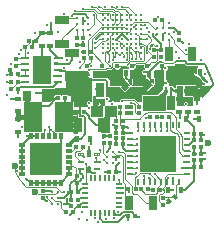
<source format=gtl>
G75*
%MOIN*%
%OFA0B0*%
%FSLAX25Y25*%
%IPPOS*%
%LPD*%
%AMOC8*
5,1,8,0,0,1.08239X$1,22.5*
%
%ADD10C,0.00984*%
%ADD11R,0.02756X0.05118*%
%ADD12R,0.01575X0.01181*%
%ADD13R,0.01181X0.01575*%
%ADD14R,0.00984X0.01969*%
%ADD15R,0.01969X0.00984*%
%ADD16R,0.01181X0.01969*%
%ADD17R,0.01969X0.01181*%
%ADD18R,0.11024X0.11024*%
%ADD19R,0.12205X0.12205*%
%ADD20R,0.00984X0.02362*%
%ADD21R,0.02362X0.00984*%
%ADD22R,0.01890X0.01890*%
%ADD23C,0.00827*%
%ADD24C,0.00210*%
%ADD25R,0.05118X0.02756*%
%ADD26R,0.02756X0.00984*%
%ADD27R,0.06496X0.09370*%
%ADD28R,0.02362X0.01575*%
%ADD29R,0.05906X0.09843*%
%ADD30R,0.02756X0.03543*%
%ADD31R,0.01575X0.02362*%
%ADD32C,0.00492*%
%ADD33C,0.00394*%
%ADD34C,0.00591*%
%ADD35C,0.00906*%
%ADD36C,0.01575*%
%ADD37C,0.02362*%
%ADD38C,0.00787*%
%ADD39C,0.00794*%
%ADD40C,0.00991*%
%ADD41C,0.00787*%
%ADD42C,0.00500*%
%ADD43C,0.00300*%
%ADD44C,0.01187*%
%ADD45C,0.01772*%
%ADD46C,0.00400*%
%ADD47C,0.00200*%
%ADD48C,0.00600*%
%ADD49C,0.01200*%
%ADD50C,0.00800*%
%ADD51C,0.01000*%
%ADD52C,0.01600*%
%ADD53C,0.00800*%
%ADD54C,0.00433*%
D10*
X0041395Y0055089D03*
X0041395Y0057058D03*
X0041395Y0059026D03*
X0043364Y0059026D03*
X0043364Y0057058D03*
X0045332Y0057058D03*
X0045332Y0059026D03*
X0045332Y0055089D03*
X0043364Y0055089D03*
X0059821Y0068554D03*
X0059821Y0070523D03*
X0059821Y0072491D03*
X0061789Y0072491D03*
X0061789Y0070523D03*
X0061789Y0068554D03*
X0063758Y0068554D03*
X0063758Y0070523D03*
X0063758Y0072491D03*
X0076435Y0109656D03*
X0076435Y0111625D03*
X0076435Y0113593D03*
X0078403Y0113593D03*
X0078403Y0111625D03*
X0078403Y0109656D03*
X0080372Y0109656D03*
X0080372Y0111625D03*
X0080372Y0113593D03*
X0053593Y0113074D03*
X0053593Y0115042D03*
X0053593Y0117011D03*
X0051624Y0117011D03*
X0051624Y0115042D03*
X0051624Y0113074D03*
X0049656Y0113074D03*
X0049656Y0115042D03*
X0049656Y0117011D03*
D11*
X0049742Y0092963D03*
X0057616Y0092963D03*
X0058049Y0081271D03*
X0050175Y0081271D03*
X0067222Y0055483D03*
X0075096Y0055483D03*
X0073128Y0088633D03*
X0081002Y0088633D03*
X0080293Y0105050D03*
X0088167Y0105050D03*
D12*
X0083639Y0109735D03*
X0083639Y0112097D03*
X0077773Y0106428D03*
X0075411Y0106428D03*
X0075411Y0104066D03*
X0077773Y0104066D03*
X0060923Y0077688D03*
X0060923Y0075326D03*
X0058876Y0075326D03*
X0058876Y0077688D03*
X0049899Y0064302D03*
X0049899Y0061940D03*
X0038324Y0059341D03*
X0038324Y0056979D03*
X0029506Y0101074D03*
X0029506Y0103436D03*
X0049722Y0108067D03*
X0051710Y0108082D03*
X0051710Y0110444D03*
X0049722Y0110429D03*
X0078403Y0057137D03*
X0078403Y0054774D03*
D13*
G36*
X0079585Y0056233D02*
X0080528Y0056940D01*
X0081471Y0055681D01*
X0080528Y0054974D01*
X0079585Y0056233D01*
G37*
G36*
X0081477Y0057648D02*
X0082420Y0058355D01*
X0083363Y0057096D01*
X0082420Y0056389D01*
X0081477Y0057648D01*
G37*
X0077576Y0059656D03*
X0075214Y0059656D03*
X0073443Y0059853D03*
X0071080Y0059853D03*
X0069309Y0059853D03*
X0066947Y0059853D03*
X0062852Y0065759D03*
X0060490Y0065759D03*
X0062891Y0075011D03*
X0062891Y0076848D03*
X0062891Y0078764D03*
X0062891Y0080759D03*
X0062891Y0082806D03*
X0065254Y0082806D03*
X0065254Y0080759D03*
X0065254Y0078764D03*
X0065254Y0076848D03*
X0065254Y0075011D03*
X0066356Y0085247D03*
X0066356Y0087215D03*
X0067931Y0087215D03*
X0067931Y0085247D03*
X0070293Y0085247D03*
X0070293Y0087215D03*
X0073994Y0084145D03*
X0076356Y0084145D03*
X0078246Y0084145D03*
X0080608Y0084145D03*
X0088679Y0078397D03*
X0088679Y0076192D03*
X0088679Y0073987D03*
X0088679Y0071782D03*
X0088679Y0069578D03*
X0088679Y0067373D03*
X0091041Y0067373D03*
X0091041Y0069578D03*
X0091041Y0071782D03*
X0091041Y0073987D03*
X0091041Y0076192D03*
X0091041Y0078397D03*
X0069269Y0050995D03*
X0066907Y0050995D03*
X0051789Y0074145D03*
X0049427Y0074145D03*
X0049702Y0085680D03*
X0052065Y0085680D03*
X0045726Y0090286D03*
X0043364Y0090286D03*
X0052104Y0103672D03*
X0052104Y0105562D03*
X0054466Y0105562D03*
X0054466Y0103672D03*
X0063994Y0087215D03*
X0063994Y0085247D03*
X0050214Y0058869D03*
X0047852Y0058869D03*
X0047852Y0056428D03*
X0047931Y0054302D03*
X0048324Y0052412D03*
X0045962Y0052412D03*
X0050293Y0054302D03*
X0050214Y0056428D03*
X0030017Y0093278D03*
X0030017Y0095641D03*
X0027655Y0095641D03*
X0027655Y0093278D03*
X0027655Y0098239D03*
X0030017Y0098239D03*
X0032498Y0107452D03*
X0033758Y0109420D03*
X0034860Y0107452D03*
X0036120Y0109420D03*
X0075726Y0116310D03*
X0078088Y0116310D03*
D14*
X0062175Y0063512D03*
X0060600Y0063512D03*
X0059026Y0063512D03*
X0057451Y0063512D03*
X0055876Y0063512D03*
X0054301Y0063512D03*
X0054301Y0052095D03*
X0055876Y0052095D03*
X0057451Y0052095D03*
X0059026Y0052095D03*
X0060600Y0052095D03*
X0062175Y0052095D03*
D15*
X0063947Y0053866D03*
X0063947Y0055441D03*
X0063947Y0057016D03*
X0063947Y0058591D03*
X0063947Y0060165D03*
X0063947Y0061740D03*
X0052530Y0061740D03*
X0052530Y0060165D03*
X0052530Y0058591D03*
X0052530Y0057016D03*
X0052530Y0055441D03*
X0052530Y0053866D03*
D16*
X0044297Y0061968D03*
X0042328Y0061968D03*
X0040360Y0061968D03*
X0038391Y0061968D03*
X0036423Y0061968D03*
X0034454Y0061968D03*
X0034454Y0077716D03*
X0036423Y0077716D03*
X0038391Y0077716D03*
X0040360Y0077716D03*
X0042328Y0077716D03*
X0044297Y0077716D03*
D17*
X0047249Y0074763D03*
X0047249Y0072795D03*
X0047249Y0070826D03*
X0047249Y0068858D03*
X0047249Y0066889D03*
X0047249Y0064921D03*
X0031501Y0064921D03*
X0031501Y0066889D03*
X0031501Y0068858D03*
X0031501Y0070826D03*
X0031501Y0072795D03*
X0031501Y0074763D03*
D18*
X0039375Y0069842D03*
D19*
X0076928Y0071823D03*
D20*
X0075944Y0081272D03*
X0073976Y0081272D03*
X0072007Y0081272D03*
X0070039Y0081272D03*
X0077913Y0081272D03*
X0079881Y0081272D03*
X0081850Y0081272D03*
X0083818Y0081272D03*
X0083818Y0062374D03*
X0081850Y0062374D03*
X0079881Y0062374D03*
X0077913Y0062374D03*
X0075944Y0062374D03*
X0073976Y0062374D03*
X0072007Y0062374D03*
X0070039Y0062374D03*
D21*
X0067480Y0064933D03*
X0067480Y0066902D03*
X0067480Y0068870D03*
X0067480Y0070839D03*
X0067480Y0072807D03*
X0067480Y0074776D03*
X0067480Y0076744D03*
X0067480Y0078713D03*
X0086377Y0078713D03*
X0086377Y0076744D03*
X0086377Y0074776D03*
X0086377Y0072807D03*
X0086377Y0070839D03*
X0086377Y0068870D03*
X0086377Y0066902D03*
X0086377Y0064933D03*
D22*
G36*
X0073285Y0093045D02*
X0071949Y0094381D01*
X0073285Y0095717D01*
X0074621Y0094381D01*
X0073285Y0093045D01*
G37*
G36*
X0065726Y0092809D02*
X0064390Y0094145D01*
X0065726Y0095481D01*
X0067062Y0094145D01*
X0065726Y0092809D01*
G37*
G36*
X0090293Y0093753D02*
X0088957Y0095089D01*
X0090293Y0096425D01*
X0091629Y0095089D01*
X0090293Y0093753D01*
G37*
D23*
X0091868Y0093318D03*
X0091868Y0096861D03*
X0088718Y0096861D03*
X0088718Y0093318D03*
X0074860Y0092609D03*
X0074860Y0096152D03*
X0071710Y0096152D03*
X0071710Y0092609D03*
X0067301Y0092373D03*
X0067301Y0095916D03*
X0064151Y0095916D03*
X0064151Y0092373D03*
D24*
X0063758Y0092336D02*
X0064742Y0092336D01*
X0064742Y0092373D02*
X0063954Y0093160D01*
X0063758Y0093160D01*
X0063758Y0091782D01*
X0064742Y0091782D01*
X0064742Y0092373D01*
X0064570Y0092545D02*
X0063758Y0092545D01*
X0063758Y0092753D02*
X0064361Y0092753D01*
X0064153Y0092962D02*
X0063758Y0092962D01*
X0063758Y0092128D02*
X0064742Y0092128D01*
X0064742Y0091919D02*
X0063758Y0091919D01*
X0063758Y0095129D02*
X0063758Y0096507D01*
X0064742Y0096507D01*
X0064742Y0095916D01*
X0063954Y0095129D01*
X0063758Y0095129D01*
X0063758Y0095256D02*
X0064081Y0095256D01*
X0064290Y0095464D02*
X0063758Y0095464D01*
X0063758Y0095673D02*
X0064498Y0095673D01*
X0064707Y0095881D02*
X0063758Y0095881D01*
X0063758Y0096090D02*
X0064742Y0096090D01*
X0064742Y0096298D02*
X0063758Y0096298D01*
X0063758Y0096507D02*
X0064742Y0096507D01*
X0066710Y0096507D02*
X0066710Y0095916D01*
X0067498Y0095129D01*
X0067695Y0095129D01*
X0067695Y0096507D01*
X0066710Y0096507D01*
X0067695Y0096507D01*
X0067695Y0096298D02*
X0066710Y0096298D01*
X0066710Y0096090D02*
X0067695Y0096090D01*
X0067695Y0095881D02*
X0066745Y0095881D01*
X0066954Y0095673D02*
X0067695Y0095673D01*
X0067695Y0095464D02*
X0067162Y0095464D01*
X0067371Y0095256D02*
X0067695Y0095256D01*
X0067695Y0093160D02*
X0067498Y0093160D01*
X0066710Y0092373D01*
X0066710Y0091782D01*
X0067695Y0091782D01*
X0067695Y0093160D01*
X0067695Y0092962D02*
X0067299Y0092962D01*
X0067091Y0092753D02*
X0067695Y0092753D01*
X0067695Y0092545D02*
X0066882Y0092545D01*
X0066710Y0092336D02*
X0067695Y0092336D01*
X0067695Y0092128D02*
X0066710Y0092128D01*
X0066710Y0091919D02*
X0067695Y0091919D01*
X0071317Y0092019D02*
X0071317Y0093397D01*
X0071513Y0093397D01*
X0072301Y0092609D01*
X0072301Y0092019D01*
X0071317Y0092019D01*
X0071317Y0092128D02*
X0072301Y0092128D01*
X0072301Y0092336D02*
X0071317Y0092336D01*
X0071317Y0092545D02*
X0072301Y0092545D01*
X0072157Y0092753D02*
X0071317Y0092753D01*
X0071317Y0092962D02*
X0071948Y0092962D01*
X0071740Y0093170D02*
X0071317Y0093170D01*
X0071317Y0093379D02*
X0071531Y0093379D01*
X0071513Y0095365D02*
X0071317Y0095365D01*
X0071317Y0096743D01*
X0072301Y0096743D01*
X0072301Y0096152D01*
X0071513Y0095365D01*
X0071613Y0095464D02*
X0071317Y0095464D01*
X0071317Y0095673D02*
X0071821Y0095673D01*
X0072030Y0095881D02*
X0071317Y0095881D01*
X0071317Y0096090D02*
X0072238Y0096090D01*
X0072301Y0096298D02*
X0071317Y0096298D01*
X0071317Y0096507D02*
X0072301Y0096507D01*
X0072301Y0096715D02*
X0071317Y0096715D01*
X0074269Y0096715D02*
X0075254Y0096715D01*
X0075254Y0096743D02*
X0075254Y0095365D01*
X0075057Y0095365D01*
X0074269Y0096152D01*
X0074269Y0096743D01*
X0075254Y0096743D01*
X0075254Y0096507D02*
X0074269Y0096507D01*
X0074269Y0096298D02*
X0075254Y0096298D01*
X0075254Y0096090D02*
X0074332Y0096090D01*
X0074541Y0095881D02*
X0075254Y0095881D01*
X0075254Y0095673D02*
X0074749Y0095673D01*
X0074958Y0095464D02*
X0075254Y0095464D01*
X0075254Y0093397D02*
X0075254Y0092019D01*
X0074269Y0092019D01*
X0074269Y0092609D01*
X0075057Y0093397D01*
X0075254Y0093397D01*
X0075254Y0093379D02*
X0075039Y0093379D01*
X0074831Y0093170D02*
X0075254Y0093170D01*
X0075254Y0092962D02*
X0074622Y0092962D01*
X0074414Y0092753D02*
X0075254Y0092753D01*
X0075254Y0092545D02*
X0074269Y0092545D01*
X0074269Y0092336D02*
X0075254Y0092336D01*
X0075254Y0092128D02*
X0074269Y0092128D01*
X0088324Y0092727D02*
X0088324Y0094105D01*
X0088521Y0094105D01*
X0089309Y0093318D01*
X0089309Y0092727D01*
X0088324Y0092727D01*
X0088324Y0092753D02*
X0089309Y0092753D01*
X0089309Y0092962D02*
X0088324Y0092962D01*
X0088324Y0093170D02*
X0089309Y0093170D01*
X0089248Y0093379D02*
X0088324Y0093379D01*
X0088324Y0093587D02*
X0089039Y0093587D01*
X0088831Y0093796D02*
X0088324Y0093796D01*
X0088324Y0094004D02*
X0088622Y0094004D01*
X0088521Y0096074D02*
X0088324Y0096074D01*
X0088324Y0097452D01*
X0089309Y0097452D01*
X0089309Y0096861D01*
X0088521Y0096074D01*
X0088537Y0096090D02*
X0088324Y0096090D01*
X0088324Y0096298D02*
X0088746Y0096298D01*
X0088954Y0096507D02*
X0088324Y0096507D01*
X0088324Y0096715D02*
X0089163Y0096715D01*
X0089309Y0096924D02*
X0088324Y0096924D01*
X0088324Y0097132D02*
X0089309Y0097132D01*
X0089309Y0097341D02*
X0088324Y0097341D01*
X0091277Y0097341D02*
X0092261Y0097341D01*
X0092261Y0097452D02*
X0092261Y0096074D01*
X0092065Y0096074D01*
X0091277Y0096861D01*
X0091277Y0097452D01*
X0092261Y0097452D01*
X0092261Y0097132D02*
X0091277Y0097132D01*
X0091277Y0096924D02*
X0092261Y0096924D01*
X0092261Y0096715D02*
X0091423Y0096715D01*
X0091632Y0096507D02*
X0092261Y0096507D01*
X0092261Y0096298D02*
X0091840Y0096298D01*
X0092049Y0096090D02*
X0092261Y0096090D01*
X0092261Y0094105D02*
X0092261Y0092727D01*
X0091277Y0092727D01*
X0091277Y0093318D01*
X0092065Y0094105D01*
X0092261Y0094105D01*
X0092261Y0094004D02*
X0091964Y0094004D01*
X0091755Y0093796D02*
X0092261Y0093796D01*
X0092261Y0093587D02*
X0091547Y0093587D01*
X0091338Y0093379D02*
X0092261Y0093379D01*
X0092261Y0093170D02*
X0091277Y0093170D01*
X0091277Y0092962D02*
X0092261Y0092962D01*
X0092261Y0092753D02*
X0091277Y0092753D01*
D25*
X0048246Y0097373D03*
X0048246Y0105247D03*
X0044860Y0108397D03*
X0044860Y0116271D03*
D26*
X0043521Y0103593D03*
X0043521Y0101625D03*
X0043521Y0099656D03*
X0043521Y0097688D03*
X0043521Y0095719D03*
X0032498Y0095719D03*
X0032498Y0097688D03*
X0032498Y0099656D03*
X0032498Y0101625D03*
X0032498Y0103593D03*
D27*
X0038010Y0099656D03*
D28*
X0038167Y0107635D03*
X0040844Y0107635D03*
X0040844Y0111835D03*
X0038167Y0111835D03*
X0030136Y0090103D03*
X0030136Y0085903D03*
X0030136Y0083252D03*
X0030136Y0079052D03*
X0061789Y0092123D03*
X0061789Y0096323D03*
X0069584Y0096087D03*
X0069584Y0091887D03*
X0083600Y0092517D03*
X0083915Y0089867D03*
X0086435Y0092517D03*
X0086907Y0089867D03*
X0089899Y0089867D03*
X0089899Y0085667D03*
X0086907Y0085667D03*
X0083915Y0085667D03*
X0083600Y0096717D03*
X0086435Y0096717D03*
D29*
X0045332Y0083987D03*
X0035096Y0083987D03*
D30*
X0033206Y0091074D03*
X0039663Y0091074D03*
D31*
X0049768Y0076585D03*
X0053968Y0076585D03*
X0052130Y0098082D03*
X0056330Y0098082D03*
X0061894Y0098672D03*
X0066094Y0098672D03*
X0069532Y0098357D03*
X0073732Y0098357D03*
X0076618Y0098554D03*
X0080818Y0098554D03*
X0086539Y0099145D03*
X0090739Y0099145D03*
X0090346Y0083357D03*
X0086146Y0083357D03*
X0084440Y0059578D03*
X0080240Y0059578D03*
D32*
X0055599Y0066654D02*
X0055599Y0067146D01*
X0057271Y0067146D01*
X0057271Y0066654D01*
X0055599Y0066654D01*
X0055599Y0067145D02*
X0057271Y0067145D01*
X0055599Y0071379D02*
X0055599Y0071871D01*
X0057271Y0071871D01*
X0057271Y0071379D01*
X0055599Y0071379D01*
X0055599Y0071870D02*
X0057271Y0071870D01*
X0051759Y0071871D02*
X0051759Y0071379D01*
X0050087Y0071379D01*
X0050087Y0071871D01*
X0051759Y0071871D01*
X0051759Y0071870D02*
X0050087Y0071870D01*
X0051759Y0067146D02*
X0051759Y0066654D01*
X0050087Y0066654D01*
X0050087Y0067146D01*
X0051759Y0067146D01*
X0051759Y0067145D02*
X0050087Y0067145D01*
D33*
X0050038Y0069067D02*
X0050038Y0069459D01*
X0051808Y0069459D01*
X0051808Y0069067D01*
X0050038Y0069067D01*
X0055550Y0069067D02*
X0055550Y0069459D01*
X0057320Y0069459D01*
X0057320Y0069067D01*
X0055550Y0069067D01*
X0049821Y0078751D02*
X0048836Y0078751D01*
X0045293Y0082294D01*
X0045293Y0086231D01*
X0049821Y0086231D01*
X0049821Y0078751D01*
X0049821Y0078972D02*
X0048616Y0078972D01*
X0048223Y0079364D02*
X0049821Y0079364D01*
X0049821Y0079756D02*
X0047831Y0079756D01*
X0047439Y0080148D02*
X0049821Y0080148D01*
X0049821Y0080540D02*
X0047047Y0080540D01*
X0046655Y0080933D02*
X0049821Y0080933D01*
X0049821Y0081325D02*
X0046262Y0081325D01*
X0045870Y0081717D02*
X0049821Y0081717D01*
X0049821Y0082109D02*
X0045478Y0082109D01*
X0045293Y0082501D02*
X0049821Y0082501D01*
X0049821Y0082894D02*
X0045293Y0082894D01*
X0045293Y0083286D02*
X0049821Y0083286D01*
X0049821Y0083678D02*
X0045293Y0083678D01*
X0045293Y0084070D02*
X0049821Y0084070D01*
X0049821Y0084462D02*
X0045293Y0084462D01*
X0045293Y0084855D02*
X0049821Y0084855D01*
X0049821Y0085247D02*
X0045293Y0085247D01*
X0045293Y0085639D02*
X0049821Y0085639D01*
X0049821Y0086031D02*
X0045293Y0086031D01*
X0061041Y0085837D02*
X0062891Y0083987D01*
X0062891Y0082806D01*
X0065254Y0082806D02*
X0065256Y0082855D01*
X0065262Y0082905D01*
X0065271Y0082953D01*
X0065285Y0083001D01*
X0065302Y0083047D01*
X0065323Y0083092D01*
X0065347Y0083135D01*
X0065374Y0083176D01*
X0065405Y0083215D01*
X0065439Y0083251D01*
X0065475Y0083285D01*
X0065514Y0083316D01*
X0065555Y0083343D01*
X0065598Y0083367D01*
X0065643Y0083388D01*
X0065689Y0083405D01*
X0065737Y0083419D01*
X0065785Y0083428D01*
X0065835Y0083434D01*
X0065884Y0083436D01*
X0070581Y0083436D01*
X0070896Y0083566D02*
X0072268Y0084938D01*
X0073774Y0085562D02*
X0080664Y0085562D01*
X0081459Y0085232D02*
X0082488Y0084204D01*
X0082813Y0083419D02*
X0082813Y0082515D01*
X0080923Y0079719D02*
X0080983Y0079628D01*
X0081046Y0079540D01*
X0081112Y0079454D01*
X0081182Y0079370D01*
X0081254Y0079289D01*
X0081329Y0079211D01*
X0081407Y0079135D01*
X0081488Y0079062D01*
X0081571Y0078992D01*
X0081571Y0078991D02*
X0082762Y0078755D01*
X0083382Y0078243D01*
X0083598Y0077990D01*
X0083755Y0077338D01*
X0082812Y0083419D02*
X0082810Y0083481D01*
X0082805Y0083543D01*
X0082796Y0083605D01*
X0082784Y0083666D01*
X0082769Y0083726D01*
X0082750Y0083786D01*
X0082728Y0083844D01*
X0082702Y0083901D01*
X0082673Y0083956D01*
X0082642Y0084010D01*
X0082607Y0084061D01*
X0082570Y0084111D01*
X0082530Y0084159D01*
X0082487Y0084204D01*
X0081460Y0085232D02*
X0081414Y0085276D01*
X0081366Y0085316D01*
X0081316Y0085354D01*
X0081263Y0085389D01*
X0081209Y0085421D01*
X0081153Y0085450D01*
X0081095Y0085476D01*
X0081036Y0085499D01*
X0080976Y0085518D01*
X0080915Y0085534D01*
X0080853Y0085546D01*
X0080790Y0085555D01*
X0080727Y0085560D01*
X0080664Y0085562D01*
X0073774Y0085562D02*
X0073686Y0085560D01*
X0073598Y0085555D01*
X0073511Y0085546D01*
X0073423Y0085533D01*
X0073337Y0085517D01*
X0073251Y0085497D01*
X0073166Y0085473D01*
X0073082Y0085447D01*
X0073000Y0085416D01*
X0072918Y0085383D01*
X0072839Y0085346D01*
X0072760Y0085305D01*
X0072684Y0085262D01*
X0072609Y0085215D01*
X0072536Y0085166D01*
X0072466Y0085113D01*
X0072397Y0085057D01*
X0072331Y0084999D01*
X0072268Y0084938D01*
X0070896Y0083566D02*
X0070867Y0083540D01*
X0070836Y0083516D01*
X0070803Y0083496D01*
X0070769Y0083478D01*
X0070733Y0083463D01*
X0070696Y0083451D01*
X0070658Y0083443D01*
X0070620Y0083438D01*
X0070581Y0083436D01*
D34*
X0062891Y0080759D02*
X0062419Y0081231D01*
X0061789Y0081231D01*
X0060923Y0077688D02*
X0058876Y0077688D01*
X0058797Y0077767D01*
X0058482Y0076979D01*
X0058876Y0077767D01*
X0058954Y0077767D02*
X0058876Y0077688D01*
X0060923Y0075326D02*
X0060923Y0073593D01*
X0059821Y0072491D01*
X0061789Y0070523D02*
X0062813Y0070523D01*
X0062813Y0069499D01*
X0062813Y0070523D02*
X0063758Y0070523D01*
X0063758Y0068554D02*
X0062852Y0067648D01*
X0062852Y0065759D01*
X0062852Y0065719D01*
X0064230Y0065719D01*
X0060490Y0065759D02*
X0058954Y0065759D01*
X0058954Y0065719D01*
X0055647Y0065483D02*
X0054702Y0065483D01*
X0053679Y0066507D01*
X0053974Y0065621D02*
X0053384Y0065621D01*
X0053384Y0067393D01*
X0053974Y0067393D01*
X0053974Y0065621D01*
X0053974Y0066211D02*
X0053384Y0066211D01*
X0053384Y0066801D02*
X0053974Y0066801D01*
X0053974Y0067391D02*
X0053384Y0067391D01*
X0050923Y0066900D02*
X0050923Y0065483D01*
X0051710Y0064696D01*
X0051710Y0063751D01*
X0051159Y0063200D01*
X0051159Y0063121D01*
X0049899Y0061861D01*
X0049899Y0061940D01*
X0049899Y0059184D01*
X0050214Y0058869D01*
X0050057Y0059026D01*
X0050214Y0058869D02*
X0051511Y0060165D01*
X0052530Y0060165D01*
X0052530Y0057016D02*
X0050802Y0057016D01*
X0050214Y0056428D01*
X0051432Y0055441D02*
X0050293Y0054302D01*
X0049257Y0053647D01*
X0048403Y0052793D02*
X0048403Y0052412D01*
X0048324Y0052412D01*
X0048403Y0052334D01*
X0047301Y0051310D01*
X0047931Y0054302D02*
X0047143Y0055089D01*
X0046435Y0055089D01*
X0046422Y0056622D01*
X0045513Y0057058D02*
X0046671Y0058215D01*
X0046671Y0058869D01*
X0047380Y0058869D01*
X0047570Y0059060D01*
X0047570Y0061689D01*
X0049342Y0063461D01*
X0049899Y0064018D01*
X0049899Y0064302D01*
X0047852Y0058869D02*
X0047380Y0058869D01*
X0047852Y0058869D02*
X0047852Y0056428D01*
X0046435Y0055089D02*
X0045332Y0055089D01*
X0045332Y0057058D02*
X0043364Y0057058D01*
X0045332Y0057058D02*
X0045513Y0057058D01*
X0041395Y0059026D02*
X0041080Y0059341D01*
X0038324Y0059341D01*
X0038324Y0056979D02*
X0039348Y0055956D01*
X0039663Y0055956D01*
X0051432Y0055441D02*
X0052530Y0055441D01*
X0057984Y0049602D02*
X0058506Y0049079D01*
X0063576Y0049079D01*
X0065807Y0051310D01*
X0066592Y0051310D01*
X0066907Y0050995D01*
X0066907Y0049578D01*
X0069269Y0050995D02*
X0067987Y0052278D01*
X0065119Y0052278D01*
X0064230Y0051389D01*
X0062881Y0051389D01*
X0062175Y0052095D01*
X0069269Y0050995D02*
X0069663Y0050601D01*
X0070608Y0050601D01*
X0085332Y0068869D02*
X0085726Y0068870D01*
X0086377Y0068870D01*
X0086377Y0066902D02*
X0088679Y0066902D01*
X0088679Y0067373D01*
X0088679Y0069578D01*
X0088679Y0071782D02*
X0089584Y0071782D01*
X0091041Y0071782D02*
X0091041Y0073987D01*
X0091356Y0072097D02*
X0092498Y0072097D01*
X0091356Y0072097D02*
X0091041Y0071782D01*
X0091435Y0069971D02*
X0092498Y0069971D01*
X0091435Y0069971D02*
X0091041Y0069578D01*
X0091041Y0067373D01*
X0087263Y0074776D02*
X0086377Y0074776D01*
X0087263Y0074776D02*
X0088679Y0076192D01*
X0081002Y0088633D02*
X0081002Y0088948D01*
X0073732Y0098357D02*
X0073062Y0099026D01*
X0072025Y0099026D01*
X0076910Y0102103D02*
X0077124Y0102317D01*
X0078185Y0102317D01*
X0078186Y0102317D01*
X0077773Y0106428D02*
X0076592Y0106428D01*
X0075411Y0106428D01*
X0077773Y0106428D02*
X0077773Y0108318D01*
X0076435Y0109656D01*
X0075254Y0110837D01*
X0075254Y0111782D01*
X0078403Y0111625D02*
X0079269Y0112097D01*
X0080372Y0113593D02*
X0082143Y0113593D01*
X0083639Y0112097D01*
X0082770Y0102570D02*
X0084663Y0102570D01*
X0085647Y0102570D01*
X0086435Y0101782D01*
X0092669Y0094119D02*
X0091868Y0093318D01*
X0092669Y0094119D02*
X0094492Y0094119D01*
X0066907Y0109499D02*
X0066356Y0110050D01*
X0064781Y0111625D01*
X0063206Y0110050D01*
X0062655Y0109499D01*
X0058482Y0111625D02*
X0057695Y0111625D01*
X0055962Y0109893D01*
X0051789Y0109105D02*
X0051710Y0108082D01*
X0049722Y0108067D01*
X0048088Y0117767D02*
X0048561Y0118239D01*
X0048954Y0118239D01*
X0041080Y0115404D02*
X0041080Y0111835D01*
X0040844Y0111835D01*
X0038167Y0111835D01*
X0036120Y0109788D01*
X0036120Y0109420D02*
X0035490Y0109420D01*
X0035254Y0109184D01*
X0035254Y0107845D01*
X0034860Y0107452D01*
X0030884Y0094145D02*
X0030017Y0093278D01*
X0030017Y0091900D01*
X0030057Y0091861D01*
X0030884Y0094145D02*
X0041947Y0094145D01*
X0043521Y0095719D01*
X0043364Y0090286D02*
X0042883Y0090286D01*
X0040380Y0087783D01*
X0035096Y0087783D01*
X0035096Y0083987D01*
X0035962Y0092097D02*
X0039663Y0092097D01*
X0045726Y0090286D02*
X0045726Y0086113D01*
X0046592Y0085247D01*
X0050884Y0084381D02*
X0051947Y0084381D01*
X0052419Y0083869D01*
X0050884Y0084381D02*
X0050884Y0087058D01*
X0053679Y0073908D02*
X0053679Y0072019D01*
X0053974Y0071133D02*
X0053384Y0071133D01*
X0053384Y0072905D01*
X0053974Y0072905D01*
X0053974Y0071133D01*
X0053974Y0071723D02*
X0053384Y0071723D01*
X0053384Y0072313D02*
X0053974Y0072313D01*
X0053974Y0072903D02*
X0053384Y0072903D01*
D35*
X0058482Y0105326D03*
X0058482Y0106900D03*
X0060057Y0106900D03*
X0060057Y0105326D03*
X0061632Y0105326D03*
X0063206Y0105326D03*
X0063206Y0106900D03*
X0061632Y0106900D03*
X0061632Y0108475D03*
X0063206Y0108475D03*
X0063206Y0110050D03*
X0061632Y0110050D03*
X0061632Y0111625D03*
X0063206Y0111625D03*
X0063206Y0113200D03*
X0061632Y0113200D03*
X0061632Y0114774D03*
X0063206Y0114774D03*
X0063206Y0116349D03*
X0061632Y0116349D03*
X0061632Y0117924D03*
X0063206Y0117924D03*
X0064781Y0117924D03*
X0064781Y0116349D03*
X0064781Y0114774D03*
X0064781Y0113200D03*
X0066356Y0113200D03*
X0066356Y0114774D03*
X0066356Y0116349D03*
X0066356Y0117924D03*
X0067931Y0117924D03*
X0069506Y0117924D03*
X0069506Y0116349D03*
X0069506Y0114774D03*
X0069506Y0113200D03*
X0069506Y0111625D03*
X0069506Y0110050D03*
X0069506Y0108475D03*
X0069506Y0106900D03*
X0069506Y0105326D03*
X0067931Y0105326D03*
X0067931Y0106900D03*
X0067931Y0108475D03*
X0067931Y0110050D03*
X0067931Y0111625D03*
X0067931Y0113200D03*
X0067931Y0114774D03*
X0067931Y0116349D03*
X0071080Y0116349D03*
X0071080Y0114774D03*
X0071080Y0113200D03*
X0071080Y0111625D03*
X0071080Y0110050D03*
X0071080Y0108475D03*
X0071080Y0106900D03*
X0071080Y0105326D03*
X0066356Y0105326D03*
X0066356Y0106900D03*
X0064781Y0106900D03*
X0064781Y0105326D03*
X0064781Y0108475D03*
X0066356Y0108475D03*
X0066356Y0110050D03*
X0064781Y0110050D03*
X0064781Y0111625D03*
X0066356Y0111625D03*
X0071080Y0117924D03*
X0060057Y0117924D03*
X0060057Y0116349D03*
X0060057Y0114774D03*
X0060057Y0113200D03*
X0058482Y0113200D03*
X0058482Y0114774D03*
X0058482Y0116349D03*
X0058482Y0117924D03*
X0058482Y0111625D03*
X0060057Y0111625D03*
X0060057Y0110050D03*
X0060057Y0108475D03*
X0058482Y0108475D03*
X0058482Y0110050D03*
D36*
X0058049Y0101034D03*
X0053049Y0101034D03*
X0063049Y0101034D03*
X0068049Y0101034D03*
X0073049Y0101034D03*
X0078049Y0101034D03*
X0083049Y0101034D03*
X0061041Y0085837D03*
X0056317Y0085837D03*
D37*
X0035647Y0059105D03*
X0029033Y0067609D03*
X0093436Y0075460D03*
D38*
X0081002Y0093672D03*
X0081002Y0095247D03*
X0079427Y0095247D03*
X0079427Y0093672D03*
X0077852Y0093672D03*
X0077852Y0095247D03*
D39*
X0080017Y0098160D03*
X0079192Y0100241D03*
X0077773Y0104066D03*
X0076513Y0107688D03*
X0074860Y0107688D03*
X0073973Y0106742D03*
X0073049Y0105404D03*
X0071080Y0105326D03*
X0071080Y0106900D03*
X0069506Y0106900D03*
X0069506Y0108475D03*
X0069506Y0110050D03*
X0067931Y0110050D03*
X0066907Y0109499D03*
X0066356Y0108475D03*
X0065578Y0107686D03*
X0066357Y0106453D03*
X0065507Y0103847D03*
X0066307Y0103047D03*
X0067957Y0103347D03*
X0069457Y0103447D03*
X0070957Y0103247D03*
X0070805Y0100326D03*
X0070805Y0099420D03*
X0069860Y0100404D03*
X0068679Y0096546D03*
X0069348Y0095798D03*
X0070057Y0095129D03*
X0072222Y0096192D03*
X0073876Y0094538D03*
X0067931Y0088633D03*
X0064781Y0089341D03*
X0065765Y0094499D03*
X0063718Y0096428D03*
X0062931Y0097688D03*
X0061947Y0098200D03*
X0061632Y0099263D03*
X0062970Y0098869D03*
X0060757Y0101141D03*
X0060608Y0102255D03*
X0061632Y0103121D03*
X0062419Y0104145D03*
X0063994Y0104538D03*
X0063206Y0106900D03*
X0063206Y0108475D03*
X0062655Y0109499D03*
X0061632Y0110050D03*
X0061632Y0108475D03*
X0060057Y0108475D03*
X0060057Y0106900D03*
X0058482Y0106900D03*
X0058482Y0105326D03*
X0058482Y0108475D03*
X0060057Y0111625D03*
X0060057Y0113200D03*
X0058482Y0113200D03*
X0060057Y0114794D03*
X0060057Y0116349D03*
X0059269Y0117141D03*
X0058482Y0117924D03*
X0058476Y0116349D03*
X0060057Y0117924D03*
X0061632Y0117924D03*
X0061395Y0120759D03*
X0063285Y0120759D03*
X0064702Y0120680D03*
X0064781Y0117924D03*
X0064781Y0116349D03*
X0066356Y0116349D03*
X0066356Y0114774D03*
X0064781Y0113200D03*
X0064781Y0111625D03*
X0064781Y0110050D03*
X0066356Y0111625D03*
X0067931Y0111625D03*
X0069506Y0113200D03*
X0068718Y0113987D03*
X0067931Y0116349D03*
X0069506Y0116349D03*
X0067931Y0117924D03*
X0066356Y0117924D03*
X0063206Y0113200D03*
X0061632Y0113200D03*
X0063206Y0111625D03*
X0059033Y0120759D03*
X0057143Y0120680D03*
X0055411Y0117985D03*
X0054853Y0120723D03*
X0051790Y0119935D03*
X0049019Y0119165D03*
X0048088Y0117767D03*
X0052340Y0116034D03*
X0053557Y0115047D03*
X0055962Y0109893D03*
X0055726Y0108633D03*
X0055805Y0107058D03*
X0051474Y0105562D03*
X0054545Y0100916D03*
X0053876Y0099735D03*
X0053915Y0097924D03*
X0055411Y0090562D03*
X0055765Y0089302D03*
X0055765Y0088200D03*
X0056907Y0088397D03*
X0056868Y0089578D03*
X0055884Y0086940D03*
X0057852Y0086271D03*
X0058403Y0088554D03*
X0059742Y0090050D03*
X0053679Y0088633D03*
X0053679Y0087058D03*
X0045569Y0100444D03*
X0046356Y0102963D03*
X0040765Y0103633D03*
X0040765Y0101664D03*
X0038797Y0100444D03*
X0038010Y0101861D03*
X0038167Y0103042D03*
X0036435Y0103436D03*
X0035450Y0102570D03*
X0035450Y0100680D03*
X0036828Y0100877D03*
X0036828Y0099105D03*
X0035608Y0099263D03*
X0035608Y0097885D03*
X0036828Y0097137D03*
X0037616Y0096192D03*
X0038876Y0096822D03*
X0038088Y0098160D03*
X0040765Y0098121D03*
X0040765Y0095956D03*
X0035490Y0096349D03*
X0033521Y0105247D03*
X0031080Y0106271D03*
X0027852Y0101782D03*
X0026435Y0098160D03*
X0026435Y0095641D03*
X0035884Y0111861D03*
X0039742Y0114617D03*
X0043443Y0112176D03*
X0040293Y0080523D03*
X0041238Y0079656D03*
X0039269Y0079578D03*
X0038994Y0074420D03*
X0037695Y0074066D03*
X0036986Y0072255D03*
X0036041Y0070877D03*
X0034899Y0070089D03*
X0036238Y0069302D03*
X0037458Y0067924D03*
X0036632Y0066349D03*
X0038010Y0064971D03*
X0034899Y0067727D03*
X0038010Y0070365D03*
X0038797Y0072058D03*
X0041632Y0071310D03*
X0041710Y0069105D03*
X0041632Y0067137D03*
X0041710Y0065326D03*
X0043679Y0065365D03*
X0043679Y0067137D03*
X0043679Y0069302D03*
X0043679Y0071664D03*
X0043876Y0073830D03*
X0041710Y0073830D03*
X0034939Y0074538D03*
X0035017Y0072255D03*
X0039857Y0057247D03*
X0043364Y0055089D03*
X0046422Y0056622D03*
X0050352Y0050095D03*
X0051457Y0052447D03*
X0053193Y0049794D03*
X0055857Y0050444D03*
X0056864Y0048881D03*
X0059457Y0050047D03*
X0061986Y0050365D03*
X0063457Y0052431D03*
X0065175Y0058633D03*
X0065175Y0060208D03*
X0063836Y0063121D03*
X0067221Y0058908D03*
X0070039Y0062374D03*
X0072057Y0064447D03*
X0073860Y0063660D03*
X0074285Y0064841D03*
X0075691Y0064841D03*
X0075687Y0066231D03*
X0076080Y0067215D03*
X0074702Y0068003D03*
X0075805Y0069105D03*
X0076868Y0068790D03*
X0077458Y0067412D03*
X0077261Y0066231D03*
X0079821Y0068987D03*
X0080805Y0070168D03*
X0080017Y0071349D03*
X0079821Y0072924D03*
X0078246Y0072924D03*
X0078836Y0074499D03*
X0080332Y0074656D03*
X0081395Y0074105D03*
X0081002Y0076074D03*
X0081513Y0077412D03*
X0079899Y0079341D03*
X0077931Y0079341D03*
X0077576Y0077412D03*
X0075805Y0077215D03*
X0075805Y0075641D03*
X0074309Y0074696D03*
X0074624Y0071467D03*
X0074506Y0069971D03*
X0073521Y0069184D03*
X0072340Y0069578D03*
X0072340Y0071231D03*
X0071356Y0068003D03*
X0071947Y0066822D03*
X0073049Y0066152D03*
X0076002Y0070286D03*
X0076868Y0072727D03*
X0073679Y0076822D03*
X0072143Y0077215D03*
X0072025Y0079263D03*
X0070057Y0079263D03*
X0069742Y0076822D03*
X0069742Y0074853D03*
X0072340Y0074696D03*
X0069742Y0070916D03*
X0069742Y0068948D03*
X0069742Y0066979D03*
X0069545Y0065404D03*
X0073126Y0060286D03*
X0078797Y0059814D03*
X0080214Y0063633D03*
X0081828Y0063633D03*
X0081395Y0071743D03*
X0086835Y0076744D03*
X0093436Y0075460D03*
X0085962Y0088482D03*
X0083088Y0095208D03*
X0084230Y0097491D03*
X0085450Y0097570D03*
X0086277Y0096585D03*
X0086868Y0097688D03*
X0086789Y0098908D03*
X0086789Y0100129D03*
X0087734Y0100523D03*
X0088797Y0100208D03*
X0088128Y0099263D03*
X0088167Y0098042D03*
X0089355Y0098554D03*
X0090136Y0096349D03*
X0089348Y0095326D03*
X0088718Y0096231D03*
X0087655Y0095641D03*
X0085490Y0098908D03*
X0085450Y0100089D03*
X0085372Y0101231D03*
X0084112Y0101271D03*
X0083010Y0101271D03*
X0082970Y0100011D03*
X0082970Y0098908D03*
X0084151Y0098908D03*
X0084151Y0100011D03*
X0082891Y0105562D03*
X0085096Y0108554D03*
X0086053Y0106440D03*
X0087143Y0108239D03*
X0091080Y0102963D03*
X0091002Y0095365D03*
X0090136Y0094538D03*
X0081986Y0112452D03*
X0080372Y0115365D03*
X0079269Y0112097D03*
X0076222Y0111451D03*
X0075254Y0111782D03*
X0073679Y0112176D03*
X0073285Y0113515D03*
X0072340Y0114774D03*
X0071080Y0113200D03*
X0071080Y0116349D03*
X0071080Y0117924D03*
X0073049Y0110050D03*
X0072655Y0083672D03*
X0073994Y0079341D03*
X0076041Y0079341D03*
X0066907Y0080286D03*
X0061789Y0068554D03*
X0058797Y0069578D03*
X0056198Y0070444D03*
X0057301Y0072885D03*
X0052261Y0070523D03*
X0052757Y0068347D03*
X0079899Y0055483D03*
D40*
X0081710Y0059578D03*
X0085332Y0068869D03*
X0089584Y0071782D03*
X0092498Y0072097D03*
X0092498Y0069971D03*
X0092261Y0078082D03*
X0088876Y0083357D03*
X0089506Y0085759D03*
X0089899Y0088318D03*
X0083600Y0091231D03*
X0092498Y0098239D03*
X0083915Y0103593D03*
X0076828Y0117373D03*
X0061474Y0088475D03*
X0061789Y0081231D03*
X0058482Y0076979D03*
X0062655Y0075483D03*
X0062813Y0069499D03*
X0064230Y0065719D03*
X0058954Y0065719D03*
X0055647Y0065483D03*
X0051159Y0063200D03*
X0046671Y0058869D03*
X0047301Y0051310D03*
X0039663Y0055956D03*
X0032813Y0063436D03*
X0029899Y0065877D03*
X0033049Y0077767D03*
X0031317Y0080680D03*
X0030057Y0091861D03*
X0026356Y0091467D03*
X0030450Y0105011D03*
X0035254Y0109184D03*
X0041080Y0115404D03*
X0045411Y0118397D03*
X0051789Y0109105D03*
X0053994Y0111467D03*
X0050687Y0102255D03*
X0050844Y0100286D03*
X0035962Y0092097D03*
X0053679Y0073908D03*
X0054387Y0075011D03*
X0069742Y0072885D03*
X0070608Y0050601D03*
X0066907Y0049578D03*
D41*
X0080240Y0059578D02*
X0081710Y0059578D01*
X0084440Y0059578D02*
X0085913Y0059578D01*
X0088056Y0061954D01*
X0088679Y0062645D01*
X0088679Y0067373D01*
X0086377Y0066902D02*
X0086376Y0066900D01*
X0084860Y0066900D01*
X0088377Y0062310D02*
X0088056Y0061954D01*
X0088679Y0071782D02*
X0088679Y0073987D01*
X0091041Y0076192D02*
X0091041Y0078397D01*
X0091356Y0078082D01*
X0092261Y0078082D01*
X0090346Y0083357D02*
X0088876Y0083357D01*
X0089598Y0085667D02*
X0089506Y0085759D01*
X0089598Y0085667D02*
X0089899Y0085667D01*
X0089899Y0088318D02*
X0089899Y0089867D01*
X0087917Y0092517D02*
X0088718Y0093318D01*
X0087917Y0092517D02*
X0086435Y0092517D01*
X0086907Y0089867D02*
X0083915Y0089867D01*
X0083600Y0090182D01*
X0083915Y0090129D02*
X0083915Y0089867D01*
X0083600Y0092412D02*
X0083705Y0092517D01*
X0083600Y0092517D02*
X0083600Y0092412D01*
X0083600Y0092517D02*
X0082157Y0092517D01*
X0081002Y0093672D01*
X0079427Y0093672D02*
X0079427Y0092806D01*
X0078324Y0091310D01*
X0074860Y0092609D02*
X0074374Y0092281D01*
X0073285Y0094381D02*
X0073128Y0094578D01*
X0074860Y0096152D02*
X0073732Y0097281D01*
X0073732Y0098357D01*
X0073732Y0098925D01*
X0076910Y0102103D01*
X0078403Y0109656D02*
X0078403Y0111625D01*
X0083639Y0109735D02*
X0085096Y0108554D01*
X0086435Y0101782D02*
X0092370Y0101782D01*
X0095045Y0095437D01*
X0095045Y0094671D01*
X0094492Y0094119D01*
X0093128Y0095680D02*
X0093049Y0095680D01*
X0091868Y0096861D01*
X0090739Y0097989D01*
X0090739Y0099145D01*
X0086907Y0085667D02*
X0086907Y0084119D01*
X0086146Y0083357D01*
X0088679Y0080824D01*
X0088679Y0078397D01*
X0084151Y0083593D02*
X0084151Y0085430D01*
X0083915Y0085667D01*
X0069742Y0072885D02*
X0069664Y0072807D01*
X0067480Y0072807D01*
X0066276Y0072807D01*
X0065254Y0073830D01*
X0065254Y0075011D01*
X0065254Y0076848D01*
X0065254Y0078764D02*
X0067428Y0078764D01*
X0067480Y0078713D01*
X0066907Y0080286D02*
X0066435Y0080759D01*
X0065254Y0080759D01*
X0065254Y0080129D01*
X0065255Y0080130D01*
X0065254Y0080129D02*
X0065254Y0078764D01*
X0062891Y0078764D02*
X0062891Y0080759D01*
X0062891Y0076848D02*
X0062891Y0075011D01*
X0058265Y0081172D02*
X0056258Y0081172D01*
X0053639Y0083790D01*
X0053639Y0084381D01*
X0052340Y0085680D01*
X0052065Y0085680D01*
X0050884Y0087058D02*
X0050884Y0090798D01*
X0051395Y0091310D01*
X0052576Y0096192D02*
X0052445Y0096245D01*
X0052130Y0098082D01*
X0052576Y0096192D02*
X0059348Y0096192D01*
X0059942Y0095598D01*
X0059942Y0094023D01*
X0060428Y0093537D01*
X0061789Y0093537D01*
X0061789Y0092123D01*
X0062406Y0095916D02*
X0061894Y0096428D01*
X0061789Y0096323D01*
X0061894Y0096428D02*
X0061894Y0098672D01*
X0062406Y0095916D02*
X0064151Y0095916D01*
X0065569Y0094341D01*
X0065726Y0094145D01*
X0067301Y0095916D02*
X0067576Y0095641D01*
X0067301Y0095916D02*
X0066094Y0097123D01*
X0066094Y0098672D01*
X0069532Y0098357D02*
X0069584Y0098659D01*
X0057616Y0092963D02*
X0057380Y0093200D01*
X0056277Y0093200D01*
X0052419Y0083869D02*
X0052419Y0078357D01*
X0051054Y0076638D01*
X0049821Y0076638D01*
X0050175Y0081271D02*
X0050175Y0081664D01*
X0048010Y0083987D02*
X0045332Y0083987D01*
X0044387Y0077625D02*
X0044387Y0074854D01*
X0039375Y0069842D01*
X0038852Y0070365D01*
X0038010Y0070365D01*
X0036423Y0077716D02*
X0034454Y0077716D01*
X0034404Y0077767D01*
X0033049Y0077767D01*
X0034454Y0077716D02*
X0031501Y0074763D01*
X0031501Y0072795D01*
X0031501Y0070826D01*
X0031501Y0068858D01*
X0031501Y0066889D01*
X0031501Y0064921D01*
X0032813Y0063436D02*
X0034454Y0062019D01*
X0034454Y0061968D02*
X0036423Y0061968D01*
X0038391Y0061968D01*
X0040360Y0061968D01*
X0042328Y0061968D01*
X0044297Y0061968D01*
X0047249Y0064921D01*
X0047249Y0066889D01*
X0054387Y0075011D02*
X0053968Y0076585D01*
X0058049Y0081271D02*
X0058265Y0081172D01*
X0048246Y0097373D02*
X0046198Y0097373D01*
X0046198Y0099184D01*
X0043994Y0099184D01*
X0043521Y0099656D01*
X0043521Y0097688D02*
X0042261Y0097688D01*
X0042183Y0097767D01*
X0043521Y0101625D02*
X0046986Y0101625D01*
X0048246Y0102885D01*
X0048246Y0105247D01*
X0044624Y0103515D02*
X0044387Y0103593D01*
X0043521Y0103593D01*
X0040844Y0106271D01*
X0040844Y0107635D01*
X0038167Y0107635D02*
X0038167Y0100759D01*
X0039663Y0092097D02*
X0039663Y0091074D01*
X0030136Y0090103D02*
X0030083Y0090050D01*
X0027852Y0090050D01*
X0030136Y0079052D02*
X0030136Y0077294D01*
D42*
X0031501Y0064921D02*
X0031501Y0064644D01*
X0034454Y0062019D02*
X0034454Y0061968D01*
X0045332Y0083987D02*
X0047143Y0083987D01*
X0051624Y0115042D02*
X0051624Y0116034D01*
X0051624Y0117011D01*
X0052364Y0118239D02*
X0048954Y0118239D01*
X0052364Y0118239D02*
X0053593Y0117011D01*
X0083639Y0112097D02*
X0083915Y0112412D01*
X0088679Y0078397D02*
X0088679Y0076192D01*
X0087223Y0068870D02*
X0086377Y0068870D01*
D43*
X0086220Y0065091D02*
X0086377Y0064933D01*
X0086220Y0065091D02*
X0080058Y0065091D01*
X0078954Y0063987D01*
X0078954Y0061106D01*
X0077971Y0060123D01*
X0077971Y0060051D01*
X0077576Y0059656D01*
X0078797Y0059814D02*
X0078797Y0059004D01*
X0078111Y0058318D01*
X0077616Y0058318D01*
X0077222Y0057924D01*
X0077222Y0055956D01*
X0078403Y0054774D01*
X0079899Y0055483D02*
X0080055Y0055483D01*
X0080528Y0055957D01*
X0082183Y0057372D02*
X0082891Y0058080D01*
X0082891Y0061447D01*
X0083818Y0062374D01*
X0082420Y0057372D02*
X0082183Y0057372D01*
X0078638Y0057372D01*
X0078403Y0057137D01*
X0075096Y0055483D02*
X0072695Y0055483D01*
X0071277Y0056900D01*
X0069702Y0058475D01*
X0068521Y0058475D01*
X0068128Y0058869D01*
X0068128Y0061034D01*
X0065805Y0063357D01*
X0065805Y0071782D01*
X0065096Y0072491D01*
X0063758Y0072491D01*
X0064466Y0071467D02*
X0065175Y0070759D01*
X0065175Y0062484D01*
X0065922Y0061737D01*
X0065922Y0056784D01*
X0067222Y0055483D01*
X0067695Y0055956D01*
X0067221Y0058908D02*
X0067221Y0059579D01*
X0067219Y0059610D01*
X0067214Y0059640D01*
X0067206Y0059669D01*
X0067194Y0059698D01*
X0067179Y0059725D01*
X0067161Y0059750D01*
X0067141Y0059773D01*
X0067118Y0059793D01*
X0067093Y0059811D01*
X0067066Y0059826D01*
X0067037Y0059838D01*
X0067008Y0059846D01*
X0066978Y0059851D01*
X0066947Y0059853D01*
X0065175Y0060208D02*
X0065133Y0060165D01*
X0063947Y0060165D01*
X0063989Y0060208D01*
X0063947Y0061740D02*
X0063836Y0061851D01*
X0063836Y0063121D01*
X0063947Y0058591D02*
X0065133Y0058591D01*
X0065175Y0058633D01*
X0067480Y0064933D02*
X0069074Y0064933D01*
X0069545Y0065404D01*
X0069664Y0066902D02*
X0069742Y0066979D01*
X0069664Y0066902D02*
X0067480Y0066902D01*
X0067480Y0068870D02*
X0069664Y0068870D01*
X0069742Y0068948D01*
X0069664Y0070839D02*
X0069742Y0070916D01*
X0069664Y0070839D02*
X0067480Y0070839D01*
X0064466Y0071467D02*
X0062813Y0071467D01*
X0061789Y0072491D01*
X0062891Y0075011D02*
X0062655Y0075483D01*
X0060529Y0078869D02*
X0057891Y0078869D01*
X0057891Y0083475D01*
X0058482Y0083475D01*
X0059269Y0084263D01*
X0059269Y0086231D01*
X0060529Y0086231D01*
X0060529Y0078869D01*
X0060529Y0078978D02*
X0057891Y0078978D01*
X0057891Y0079277D02*
X0060529Y0079277D01*
X0060529Y0079575D02*
X0057891Y0079575D01*
X0057891Y0079874D02*
X0060529Y0079874D01*
X0060529Y0080172D02*
X0057891Y0080172D01*
X0057891Y0080471D02*
X0060529Y0080471D01*
X0060529Y0080769D02*
X0057891Y0080769D01*
X0057891Y0081068D02*
X0060529Y0081068D01*
X0060529Y0081366D02*
X0057891Y0081366D01*
X0057891Y0081665D02*
X0060529Y0081665D01*
X0060529Y0081963D02*
X0057891Y0081963D01*
X0057891Y0082262D02*
X0060529Y0082262D01*
X0060529Y0082560D02*
X0057891Y0082560D01*
X0057891Y0082859D02*
X0060529Y0082859D01*
X0060529Y0083157D02*
X0057891Y0083157D01*
X0057891Y0083456D02*
X0060529Y0083456D01*
X0060529Y0083754D02*
X0058761Y0083754D01*
X0059060Y0084053D02*
X0060529Y0084053D01*
X0060529Y0084351D02*
X0059269Y0084351D01*
X0059269Y0084460D02*
X0059269Y0087609D01*
X0062813Y0087609D01*
X0062813Y0084460D01*
X0059269Y0084460D01*
X0059269Y0084650D02*
X0060529Y0084650D01*
X0060529Y0084948D02*
X0059269Y0084948D01*
X0062813Y0084948D01*
X0062813Y0084650D02*
X0059269Y0084650D01*
X0059269Y0085247D02*
X0060529Y0085247D01*
X0060529Y0085545D02*
X0059269Y0085545D01*
X0062813Y0085545D01*
X0062813Y0085247D02*
X0059269Y0085247D01*
X0059269Y0085844D02*
X0060529Y0085844D01*
X0060529Y0086142D02*
X0059269Y0086142D01*
X0062813Y0086142D01*
X0062813Y0085844D02*
X0059269Y0085844D01*
X0059269Y0086441D02*
X0062813Y0086441D01*
X0062813Y0086739D02*
X0059269Y0086739D01*
X0059269Y0087038D02*
X0062813Y0087038D01*
X0062813Y0087336D02*
X0059269Y0087336D01*
X0058876Y0088160D02*
X0058088Y0088200D01*
X0058088Y0084460D01*
X0054545Y0084460D01*
X0054545Y0087073D01*
X0054754Y0087073D01*
X0055160Y0087479D01*
X0055160Y0091029D01*
X0055888Y0091022D01*
X0055888Y0090259D01*
X0056093Y0090054D01*
X0058876Y0090054D01*
X0058876Y0088160D01*
X0058876Y0088232D02*
X0057654Y0088232D01*
X0057654Y0088087D02*
X0057217Y0087650D01*
X0056598Y0087650D01*
X0056160Y0088087D01*
X0056160Y0088706D01*
X0056598Y0089143D01*
X0057217Y0089143D01*
X0057654Y0088706D01*
X0057654Y0088087D01*
X0057500Y0087934D02*
X0058088Y0087934D01*
X0058088Y0087635D02*
X0055160Y0087635D01*
X0055160Y0087934D02*
X0056314Y0087934D01*
X0056160Y0088232D02*
X0055160Y0088232D01*
X0055160Y0088531D02*
X0056160Y0088531D01*
X0056283Y0088829D02*
X0055160Y0088829D01*
X0055160Y0089128D02*
X0056582Y0089128D01*
X0057232Y0089128D02*
X0058876Y0089128D01*
X0058876Y0089426D02*
X0055160Y0089426D01*
X0055160Y0089725D02*
X0058876Y0089725D01*
X0058876Y0090023D02*
X0055160Y0090023D01*
X0055160Y0090322D02*
X0055888Y0090322D01*
X0055888Y0090620D02*
X0055160Y0090620D01*
X0055160Y0090919D02*
X0055888Y0090919D01*
X0054466Y0090919D02*
X0047695Y0090919D01*
X0047695Y0091217D02*
X0054466Y0091217D01*
X0054466Y0091516D02*
X0046644Y0091516D01*
X0046542Y0091617D02*
X0044910Y0091617D01*
X0044592Y0091299D01*
X0044592Y0091231D01*
X0044498Y0091231D01*
X0044498Y0091299D01*
X0044180Y0091617D01*
X0042548Y0091617D01*
X0042230Y0091299D01*
X0042230Y0091231D01*
X0041789Y0091231D01*
X0041789Y0090379D01*
X0040752Y0089341D01*
X0038385Y0089341D01*
X0038274Y0089452D01*
X0038167Y0089452D01*
X0038167Y0093306D01*
X0042294Y0093306D01*
X0042582Y0093593D01*
X0045962Y0093593D01*
X0045962Y0099263D01*
X0050398Y0099263D01*
X0050414Y0099247D01*
X0051275Y0099247D01*
X0051290Y0099263D01*
X0053018Y0099263D01*
X0053471Y0098810D01*
X0052974Y0098314D01*
X0052974Y0097534D01*
X0053525Y0096984D01*
X0054305Y0096984D01*
X0054466Y0097145D01*
X0054466Y0089175D01*
X0054068Y0089573D01*
X0053289Y0089573D01*
X0052738Y0089022D01*
X0052738Y0088243D01*
X0053136Y0087845D01*
X0053057Y0087767D01*
X0048829Y0087767D01*
X0048829Y0089134D01*
X0048510Y0089452D01*
X0047695Y0089452D01*
X0047695Y0091231D01*
X0046860Y0091231D01*
X0046860Y0091299D01*
X0046542Y0091617D01*
X0047695Y0090620D02*
X0054466Y0090620D01*
X0054466Y0090322D02*
X0047695Y0090322D01*
X0047695Y0090023D02*
X0054466Y0090023D01*
X0054466Y0089725D02*
X0047695Y0089725D01*
X0048536Y0089426D02*
X0053142Y0089426D01*
X0052844Y0089128D02*
X0048829Y0089128D01*
X0048829Y0088829D02*
X0052738Y0088829D01*
X0052738Y0088531D02*
X0048829Y0088531D01*
X0048829Y0088232D02*
X0052749Y0088232D01*
X0053048Y0087934D02*
X0048829Y0087934D01*
X0044809Y0091516D02*
X0044281Y0091516D01*
X0042446Y0091516D02*
X0038167Y0091516D01*
X0038167Y0091814D02*
X0054466Y0091814D01*
X0054466Y0092113D02*
X0038167Y0092113D01*
X0038167Y0092411D02*
X0054466Y0092411D01*
X0054466Y0092710D02*
X0038167Y0092710D01*
X0038167Y0093008D02*
X0054466Y0093008D01*
X0054466Y0093307D02*
X0042295Y0093307D01*
X0041789Y0091217D02*
X0038167Y0091217D01*
X0038167Y0090919D02*
X0041789Y0090919D01*
X0041789Y0090620D02*
X0038167Y0090620D01*
X0038167Y0090322D02*
X0041732Y0090322D01*
X0041434Y0090023D02*
X0038167Y0090023D01*
X0038167Y0089725D02*
X0041135Y0089725D01*
X0040836Y0089426D02*
X0038300Y0089426D01*
X0040293Y0080523D02*
X0040360Y0080456D01*
X0040360Y0077716D01*
X0041238Y0079656D02*
X0042328Y0078566D01*
X0042328Y0077716D01*
X0044297Y0077716D02*
X0044387Y0077625D01*
X0039269Y0079578D02*
X0038391Y0078699D01*
X0038391Y0077716D01*
X0047249Y0068858D02*
X0048277Y0067830D01*
X0048379Y0067830D01*
X0049342Y0066866D01*
X0049342Y0063461D01*
X0052738Y0064455D02*
X0052738Y0067660D01*
X0052757Y0067678D01*
X0052757Y0068347D01*
X0052757Y0068447D01*
X0052261Y0070523D02*
X0052025Y0070523D01*
X0050923Y0071625D01*
X0056198Y0070444D02*
X0056198Y0069499D01*
X0056435Y0069263D01*
X0056435Y0071625D02*
X0057301Y0072491D01*
X0057301Y0072885D01*
X0058403Y0071940D02*
X0059821Y0070523D01*
X0058797Y0069578D02*
X0059821Y0068554D01*
X0061765Y0068578D02*
X0061789Y0068554D01*
X0058403Y0071940D02*
X0058403Y0074853D01*
X0058876Y0075326D01*
X0063994Y0081389D02*
X0063994Y0085247D01*
X0063994Y0087215D01*
X0063841Y0089184D02*
X0062235Y0089184D01*
X0061904Y0089514D01*
X0061044Y0089514D01*
X0060713Y0089184D01*
X0060206Y0089184D01*
X0060682Y0089660D01*
X0060682Y0090440D01*
X0060131Y0090991D01*
X0059584Y0090991D01*
X0059584Y0093908D01*
X0063857Y0093908D01*
X0065501Y0092265D01*
X0065951Y0092265D01*
X0067595Y0093908D01*
X0071652Y0093908D01*
X0073060Y0092501D01*
X0073510Y0092501D01*
X0074918Y0093908D01*
X0075411Y0093908D01*
X0075411Y0094716D01*
X0075522Y0094716D01*
X0075528Y0094722D01*
X0075902Y0095096D01*
X0075902Y0095634D01*
X0075902Y0096474D01*
X0075902Y0096474D01*
X0075902Y0096575D01*
X0075902Y0097012D01*
X0075701Y0097213D01*
X0075522Y0097392D01*
X0075411Y0097392D01*
X0075411Y0099279D01*
X0075946Y0099814D01*
X0078289Y0099814D01*
X0078561Y0099542D01*
X0078561Y0095483D01*
X0078246Y0094696D01*
X0078246Y0093515D01*
X0076435Y0091704D01*
X0074763Y0091704D01*
X0074731Y0091735D01*
X0071524Y0091735D01*
X0071493Y0091704D01*
X0071474Y0091704D01*
X0071474Y0091685D01*
X0071206Y0091417D01*
X0071206Y0089184D01*
X0070093Y0089184D01*
X0069412Y0089865D01*
X0069006Y0090271D01*
X0065181Y0090271D01*
X0065171Y0090282D01*
X0064392Y0090282D01*
X0063841Y0089731D01*
X0063841Y0089184D01*
X0063841Y0089426D02*
X0061993Y0089426D01*
X0060956Y0089426D02*
X0060448Y0089426D01*
X0060682Y0089725D02*
X0063841Y0089725D01*
X0064133Y0090023D02*
X0060682Y0090023D01*
X0060682Y0090322D02*
X0071206Y0090322D01*
X0071206Y0090620D02*
X0060502Y0090620D01*
X0060203Y0090919D02*
X0071206Y0090919D01*
X0071206Y0091217D02*
X0059584Y0091217D01*
X0059584Y0091516D02*
X0071305Y0091516D01*
X0072168Y0091010D02*
X0076722Y0091010D01*
X0076786Y0091074D01*
X0076986Y0091074D01*
X0078954Y0093042D01*
X0079663Y0093042D01*
X0079663Y0092412D01*
X0079112Y0091231D01*
X0079112Y0086192D01*
X0071947Y0086192D01*
X0071947Y0088675D01*
X0072168Y0088897D01*
X0072168Y0091010D01*
X0072168Y0090919D02*
X0079112Y0090919D01*
X0079112Y0091217D02*
X0077129Y0091217D01*
X0077428Y0091516D02*
X0079245Y0091516D01*
X0079384Y0091814D02*
X0077726Y0091814D01*
X0078025Y0092113D02*
X0079523Y0092113D01*
X0079663Y0092411D02*
X0078323Y0092411D01*
X0078622Y0092710D02*
X0079663Y0092710D01*
X0079663Y0093008D02*
X0078920Y0093008D01*
X0078246Y0093605D02*
X0074615Y0093605D01*
X0074913Y0093904D02*
X0078246Y0093904D01*
X0078246Y0094202D02*
X0075411Y0094202D01*
X0075411Y0094501D02*
X0078246Y0094501D01*
X0078287Y0094799D02*
X0075605Y0094799D01*
X0075902Y0095098D02*
X0078407Y0095098D01*
X0078526Y0095396D02*
X0075902Y0095396D01*
X0075902Y0095634D02*
X0075902Y0095634D01*
X0075902Y0095695D02*
X0078561Y0095695D01*
X0078561Y0095993D02*
X0075902Y0095993D01*
X0075902Y0096292D02*
X0078561Y0096292D01*
X0078561Y0096590D02*
X0075902Y0096590D01*
X0075902Y0096889D02*
X0078561Y0096889D01*
X0078561Y0097187D02*
X0075727Y0097187D01*
X0075411Y0097486D02*
X0078561Y0097486D01*
X0078561Y0097784D02*
X0075411Y0097784D01*
X0075411Y0098083D02*
X0078561Y0098083D01*
X0078561Y0098381D02*
X0075411Y0098381D01*
X0075411Y0098680D02*
X0078561Y0098680D01*
X0078561Y0098978D02*
X0075411Y0098978D01*
X0075411Y0099277D02*
X0078561Y0099277D01*
X0078527Y0099575D02*
X0075708Y0099575D01*
X0073054Y0096632D02*
X0073621Y0096066D01*
X0073621Y0095884D01*
X0074408Y0095096D01*
X0074717Y0094787D01*
X0074717Y0094602D01*
X0068085Y0094602D01*
X0068343Y0094860D01*
X0068343Y0095082D01*
X0068514Y0095252D01*
X0068514Y0096029D01*
X0068343Y0096199D01*
X0068343Y0096775D01*
X0068142Y0096976D01*
X0067963Y0097155D01*
X0067426Y0097155D01*
X0067387Y0097155D01*
X0067351Y0097192D01*
X0067425Y0097266D01*
X0067425Y0099776D01*
X0067498Y0099703D01*
X0068600Y0099703D01*
X0069380Y0100483D01*
X0069380Y0101194D01*
X0069633Y0101375D01*
X0071718Y0101375D01*
X0071718Y0100483D01*
X0072231Y0099970D01*
X0071634Y0099970D01*
X0071082Y0099417D01*
X0071082Y0098636D01*
X0071634Y0098083D01*
X0067425Y0098083D01*
X0067425Y0098381D02*
X0071336Y0098381D01*
X0071082Y0098680D02*
X0067425Y0098680D01*
X0067425Y0098978D02*
X0071082Y0098978D01*
X0071082Y0099277D02*
X0067425Y0099277D01*
X0067425Y0099575D02*
X0071240Y0099575D01*
X0071538Y0099874D02*
X0068771Y0099874D01*
X0069070Y0100172D02*
X0072028Y0100172D01*
X0071730Y0100471D02*
X0069368Y0100471D01*
X0069380Y0100770D02*
X0071718Y0100770D01*
X0071718Y0101068D02*
X0069380Y0101068D01*
X0069621Y0101367D02*
X0071718Y0101367D01*
X0071634Y0098083D02*
X0072400Y0098083D01*
X0072400Y0096951D01*
X0072719Y0096632D01*
X0073054Y0096632D01*
X0073096Y0096590D02*
X0068343Y0096590D01*
X0068343Y0096292D02*
X0073395Y0096292D01*
X0073621Y0095993D02*
X0068514Y0095993D01*
X0068514Y0095695D02*
X0073810Y0095695D01*
X0074108Y0095396D02*
X0068514Y0095396D01*
X0068359Y0095098D02*
X0074407Y0095098D01*
X0074705Y0094799D02*
X0068282Y0094799D01*
X0067590Y0093904D02*
X0071657Y0093904D01*
X0071955Y0093605D02*
X0067292Y0093605D01*
X0066993Y0093307D02*
X0072254Y0093307D01*
X0072552Y0093008D02*
X0066695Y0093008D01*
X0066396Y0092710D02*
X0072851Y0092710D01*
X0073719Y0092710D02*
X0077441Y0092710D01*
X0077739Y0093008D02*
X0074018Y0093008D01*
X0074316Y0093307D02*
X0078038Y0093307D01*
X0077142Y0092411D02*
X0066098Y0092411D01*
X0065354Y0092411D02*
X0059584Y0092411D01*
X0059584Y0092113D02*
X0076844Y0092113D01*
X0076545Y0091814D02*
X0059584Y0091814D01*
X0059584Y0092710D02*
X0065056Y0092710D01*
X0064757Y0093008D02*
X0059584Y0093008D01*
X0059584Y0093307D02*
X0064459Y0093307D01*
X0064160Y0093605D02*
X0059584Y0093605D01*
X0059584Y0093904D02*
X0063862Y0093904D01*
X0066062Y0095647D02*
X0066849Y0094860D01*
X0067107Y0094602D01*
X0060879Y0094602D01*
X0060879Y0095986D01*
X0060765Y0096100D01*
X0060765Y0096192D01*
X0059742Y0097215D01*
X0055160Y0097215D01*
X0055160Y0099303D01*
X0059472Y0099303D01*
X0059849Y0099680D01*
X0059930Y0099761D01*
X0061308Y0099761D01*
X0061685Y0100138D01*
X0061874Y0100327D01*
X0062498Y0099703D01*
X0063600Y0099703D01*
X0064380Y0100483D01*
X0064380Y0100503D01*
X0066497Y0100503D01*
X0066718Y0100724D01*
X0066718Y0100483D01*
X0066804Y0100397D01*
X0065081Y0100397D01*
X0064763Y0100078D01*
X0064763Y0097266D01*
X0065081Y0096947D01*
X0065156Y0096947D01*
X0065156Y0096735D01*
X0066062Y0095830D01*
X0066062Y0095647D01*
X0066062Y0095695D02*
X0060879Y0095695D01*
X0060872Y0095993D02*
X0065898Y0095993D01*
X0065600Y0096292D02*
X0060665Y0096292D01*
X0060367Y0096590D02*
X0065301Y0096590D01*
X0065156Y0096889D02*
X0060068Y0096889D01*
X0059770Y0097187D02*
X0064841Y0097187D01*
X0064763Y0097486D02*
X0055160Y0097486D01*
X0055160Y0097784D02*
X0064763Y0097784D01*
X0064763Y0098083D02*
X0055160Y0098083D01*
X0055160Y0098381D02*
X0064763Y0098381D01*
X0064763Y0098680D02*
X0055160Y0098680D01*
X0055160Y0098978D02*
X0064763Y0098978D01*
X0064763Y0099277D02*
X0055160Y0099277D01*
X0054466Y0096889D02*
X0045962Y0096889D01*
X0045962Y0097187D02*
X0053322Y0097187D01*
X0053023Y0097486D02*
X0045962Y0097486D01*
X0045962Y0097784D02*
X0052974Y0097784D01*
X0052974Y0098083D02*
X0045962Y0098083D01*
X0045962Y0098381D02*
X0053042Y0098381D01*
X0053341Y0098680D02*
X0045962Y0098680D01*
X0045962Y0098978D02*
X0053302Y0098978D01*
X0053049Y0101034D02*
X0052931Y0101034D01*
X0054466Y0102176D01*
X0054466Y0103672D01*
X0054702Y0105562D02*
X0058443Y0101822D01*
X0058049Y0101034D01*
X0059744Y0099575D02*
X0064763Y0099575D01*
X0064763Y0099874D02*
X0063771Y0099874D01*
X0064070Y0100172D02*
X0064857Y0100172D01*
X0064368Y0100471D02*
X0066730Y0100471D01*
X0066094Y0098830D02*
X0066041Y0098830D01*
X0066094Y0098830D02*
X0066094Y0098672D01*
X0067425Y0097784D02*
X0072400Y0097784D01*
X0072400Y0097486D02*
X0067425Y0097486D01*
X0067355Y0097187D02*
X0072400Y0097187D01*
X0072462Y0096889D02*
X0068230Y0096889D01*
X0067426Y0097155D02*
X0067426Y0097155D01*
X0066313Y0095396D02*
X0060879Y0095396D01*
X0060879Y0095098D02*
X0066611Y0095098D01*
X0066910Y0094799D02*
X0060879Y0094799D01*
X0061421Y0099874D02*
X0062327Y0099874D01*
X0062028Y0100172D02*
X0061719Y0100172D01*
X0060608Y0102255D02*
X0060608Y0104774D01*
X0060057Y0105326D01*
X0064781Y0105326D02*
X0065507Y0104600D01*
X0065507Y0103847D01*
X0066307Y0103047D02*
X0066307Y0104976D01*
X0066356Y0105326D01*
X0071080Y0108475D02*
X0071853Y0108475D01*
X0072734Y0107594D01*
X0072734Y0105798D01*
X0072813Y0105719D01*
X0073049Y0105404D01*
X0073973Y0106742D02*
X0073973Y0107857D01*
X0074551Y0108435D01*
X0075169Y0108435D01*
X0075916Y0107688D01*
X0076513Y0107688D01*
X0076222Y0111451D02*
X0076435Y0111625D01*
X0075726Y0113436D02*
X0075490Y0113515D01*
X0075726Y0113436D02*
X0076435Y0113593D01*
X0078403Y0113593D02*
X0078403Y0116310D01*
X0078088Y0116310D01*
X0076828Y0117373D02*
X0076395Y0117373D01*
X0075687Y0116664D01*
X0075726Y0116310D01*
X0072340Y0114774D02*
X0071080Y0114774D01*
X0069506Y0114774D02*
X0068718Y0113987D01*
X0069506Y0117924D02*
X0066750Y0120680D01*
X0064702Y0120680D01*
X0071080Y0110050D02*
X0073049Y0110050D01*
X0073128Y0110050D01*
X0080293Y0105050D02*
X0080372Y0105129D01*
X0080372Y0109656D01*
X0082222Y0109774D02*
X0080372Y0111625D01*
X0082222Y0109774D02*
X0082222Y0108593D01*
X0085765Y0105050D01*
X0088167Y0105050D01*
X0085300Y0101731D02*
X0085497Y0101533D01*
X0085497Y0101394D01*
X0086046Y0100845D01*
X0089702Y0100845D01*
X0089408Y0100551D01*
X0089408Y0099495D01*
X0088966Y0099495D01*
X0088415Y0098944D01*
X0088415Y0098164D01*
X0088966Y0097613D01*
X0089533Y0097613D01*
X0089727Y0097420D01*
X0089983Y0097420D01*
X0090351Y0097052D01*
X0090629Y0096775D01*
X0090629Y0096592D01*
X0091416Y0095805D01*
X0091796Y0095425D01*
X0091978Y0095425D01*
X0091990Y0095413D01*
X0091990Y0095209D01*
X0092203Y0094996D01*
X0085360Y0094996D01*
X0085254Y0094889D01*
X0085147Y0094996D01*
X0082762Y0094996D01*
X0082355Y0094589D01*
X0082355Y0093908D01*
X0082104Y0093908D01*
X0081710Y0094302D01*
X0081706Y0094302D01*
X0081393Y0094616D01*
X0080611Y0094616D01*
X0080529Y0094534D01*
X0080529Y0095483D01*
X0079348Y0096664D01*
X0079348Y0099300D01*
X0079582Y0099300D01*
X0080133Y0099851D01*
X0080133Y0100630D01*
X0079646Y0101117D01*
X0081796Y0101117D01*
X0082062Y0101084D01*
X0082105Y0101117D01*
X0082158Y0101117D01*
X0082348Y0101307D01*
X0082892Y0101731D01*
X0085300Y0101731D01*
X0085366Y0101665D02*
X0082808Y0101665D01*
X0082425Y0101367D02*
X0085525Y0101367D01*
X0085823Y0101068D02*
X0079695Y0101068D01*
X0079993Y0100770D02*
X0089627Y0100770D01*
X0089408Y0100471D02*
X0080133Y0100471D01*
X0080133Y0100172D02*
X0089408Y0100172D01*
X0089408Y0099874D02*
X0080133Y0099874D01*
X0079857Y0099575D02*
X0089408Y0099575D01*
X0088748Y0099277D02*
X0079348Y0099277D01*
X0079348Y0098978D02*
X0088449Y0098978D01*
X0088415Y0098680D02*
X0079348Y0098680D01*
X0079348Y0098381D02*
X0088415Y0098381D01*
X0088496Y0098083D02*
X0079348Y0098083D01*
X0079348Y0097784D02*
X0088795Y0097784D01*
X0089661Y0097486D02*
X0079348Y0097486D01*
X0079348Y0097187D02*
X0090216Y0097187D01*
X0090514Y0096889D02*
X0079348Y0096889D01*
X0079422Y0096590D02*
X0090631Y0096590D01*
X0090929Y0096292D02*
X0079721Y0096292D01*
X0080019Y0095993D02*
X0091228Y0095993D01*
X0091526Y0095695D02*
X0080318Y0095695D01*
X0080529Y0095396D02*
X0091990Y0095396D01*
X0092101Y0095098D02*
X0080529Y0095098D01*
X0080529Y0094799D02*
X0082565Y0094799D01*
X0082355Y0094501D02*
X0081508Y0094501D01*
X0081810Y0094202D02*
X0082355Y0094202D01*
X0083049Y0094202D02*
X0084860Y0094202D01*
X0084860Y0094302D02*
X0084860Y0090759D01*
X0088010Y0090759D01*
X0088010Y0087924D01*
X0086460Y0087924D01*
X0086709Y0088173D01*
X0086709Y0088792D01*
X0086272Y0089229D01*
X0085653Y0089229D01*
X0085215Y0088792D01*
X0085215Y0088173D01*
X0085464Y0087924D01*
X0083049Y0087924D01*
X0083049Y0094302D01*
X0084860Y0094302D01*
X0084860Y0093904D02*
X0083049Y0093904D01*
X0083049Y0093605D02*
X0084860Y0093605D01*
X0084860Y0093307D02*
X0083049Y0093307D01*
X0083049Y0093008D02*
X0084860Y0093008D01*
X0084860Y0092710D02*
X0083049Y0092710D01*
X0083049Y0092411D02*
X0084860Y0092411D01*
X0084860Y0092113D02*
X0083049Y0092113D01*
X0083049Y0091814D02*
X0084860Y0091814D01*
X0084860Y0091516D02*
X0083049Y0091516D01*
X0083049Y0091217D02*
X0084860Y0091217D01*
X0084860Y0090919D02*
X0083049Y0090919D01*
X0083049Y0090620D02*
X0088010Y0090620D01*
X0088010Y0090322D02*
X0083049Y0090322D01*
X0083049Y0090023D02*
X0088010Y0090023D01*
X0088010Y0089725D02*
X0083049Y0089725D01*
X0083049Y0089426D02*
X0088010Y0089426D01*
X0088010Y0089128D02*
X0086373Y0089128D01*
X0086672Y0088829D02*
X0088010Y0088829D01*
X0088010Y0088531D02*
X0086709Y0088531D01*
X0086709Y0088232D02*
X0088010Y0088232D01*
X0088010Y0087934D02*
X0086470Y0087934D01*
X0085455Y0087934D02*
X0083049Y0087934D01*
X0083049Y0088232D02*
X0085215Y0088232D01*
X0085215Y0088531D02*
X0083049Y0088531D01*
X0083049Y0088829D02*
X0085253Y0088829D01*
X0085551Y0089128D02*
X0083049Y0089128D01*
X0085647Y0091259D02*
X0085647Y0094302D01*
X0089249Y0094302D01*
X0090148Y0093403D01*
X0090438Y0093403D01*
X0091337Y0094302D01*
X0094881Y0094302D01*
X0091404Y0090825D01*
X0091225Y0091004D01*
X0088573Y0091004D01*
X0088510Y0090940D01*
X0088510Y0090966D01*
X0088217Y0091259D01*
X0085647Y0091259D01*
X0085647Y0091516D02*
X0092095Y0091516D01*
X0092393Y0091814D02*
X0085647Y0091814D01*
X0085647Y0092113D02*
X0092692Y0092113D01*
X0092990Y0092411D02*
X0085647Y0092411D01*
X0085647Y0092710D02*
X0093289Y0092710D01*
X0093587Y0093008D02*
X0085647Y0093008D01*
X0085647Y0093307D02*
X0093886Y0093307D01*
X0094184Y0093605D02*
X0090640Y0093605D01*
X0090939Y0093904D02*
X0094483Y0093904D01*
X0094781Y0094202D02*
X0091237Y0094202D01*
X0089946Y0093605D02*
X0085647Y0093605D01*
X0085647Y0093904D02*
X0089647Y0093904D01*
X0089349Y0094202D02*
X0085647Y0094202D01*
X0088258Y0091217D02*
X0091796Y0091217D01*
X0091498Y0090919D02*
X0091311Y0090919D01*
X0086835Y0076744D02*
X0086377Y0076744D01*
X0086377Y0072807D02*
X0085410Y0072807D01*
X0079899Y0079341D02*
X0079881Y0079360D01*
X0079881Y0081272D01*
X0077913Y0081272D02*
X0077913Y0079360D01*
X0077931Y0079341D01*
X0076041Y0079341D02*
X0075944Y0079438D01*
X0075944Y0081272D01*
X0073976Y0079360D02*
X0073994Y0079341D01*
X0073976Y0079360D02*
X0073976Y0081272D01*
X0072007Y0081272D02*
X0072007Y0079281D01*
X0072025Y0079263D01*
X0070057Y0079263D02*
X0070039Y0079281D01*
X0070039Y0081272D01*
X0069742Y0076822D02*
X0069664Y0076744D01*
X0067480Y0076744D01*
X0067480Y0074776D02*
X0069664Y0074776D01*
X0069742Y0074853D01*
X0065254Y0080129D02*
X0063994Y0081389D01*
X0066356Y0085247D02*
X0067931Y0085247D01*
X0069068Y0085684D02*
X0069506Y0085247D01*
X0070293Y0085247D01*
X0069068Y0085684D02*
X0069068Y0088148D01*
X0068666Y0088550D01*
X0068014Y0088550D01*
X0067931Y0088633D01*
X0068718Y0089578D02*
X0065017Y0089578D01*
X0064781Y0089341D01*
X0066356Y0087215D02*
X0067931Y0087215D01*
X0070293Y0088003D02*
X0068718Y0089578D01*
X0069254Y0090023D02*
X0071206Y0090023D01*
X0071206Y0089725D02*
X0069552Y0089725D01*
X0069851Y0089426D02*
X0071206Y0089426D01*
X0072168Y0089426D02*
X0079112Y0089426D01*
X0079112Y0089128D02*
X0072168Y0089128D01*
X0072100Y0088829D02*
X0079112Y0088829D01*
X0079112Y0088531D02*
X0071947Y0088531D01*
X0071947Y0088232D02*
X0079112Y0088232D01*
X0079112Y0087934D02*
X0071947Y0087934D01*
X0071947Y0087635D02*
X0079112Y0087635D01*
X0079112Y0087336D02*
X0071947Y0087336D01*
X0071947Y0087038D02*
X0079112Y0087038D01*
X0079112Y0086739D02*
X0071947Y0086739D01*
X0071947Y0086441D02*
X0079112Y0086441D01*
X0079112Y0089725D02*
X0072168Y0089725D01*
X0072168Y0090023D02*
X0079112Y0090023D01*
X0079112Y0090322D02*
X0072168Y0090322D01*
X0072168Y0090620D02*
X0079112Y0090620D01*
X0070293Y0088003D02*
X0070293Y0087215D01*
X0074309Y0074696D02*
X0074309Y0074443D01*
X0076928Y0071823D01*
X0075691Y0064841D02*
X0077913Y0062619D01*
X0077913Y0062374D01*
X0077857Y0062430D01*
X0075944Y0062374D02*
X0075944Y0063182D01*
X0074285Y0064841D01*
X0073860Y0063660D02*
X0073976Y0063544D01*
X0073976Y0062374D01*
X0072007Y0062374D02*
X0072007Y0064397D01*
X0072057Y0064447D01*
X0073126Y0060286D02*
X0073559Y0059853D01*
X0073443Y0059853D01*
X0073559Y0059853D02*
X0075214Y0059853D01*
X0075214Y0059656D01*
X0075096Y0055483D02*
X0074210Y0055483D01*
X0057635Y0051911D02*
X0057451Y0052095D01*
X0052530Y0061740D02*
X0052813Y0062023D01*
X0052813Y0064381D01*
X0052738Y0064455D01*
X0044309Y0053830D02*
X0045726Y0052412D01*
X0045962Y0052412D01*
X0044309Y0053830D02*
X0044309Y0055562D01*
X0043758Y0056113D01*
X0042340Y0056113D01*
X0041395Y0057058D01*
X0039857Y0056957D02*
X0041395Y0055419D01*
X0041395Y0055089D01*
X0039857Y0056957D02*
X0039857Y0057247D01*
X0054545Y0084460D02*
X0058088Y0084460D01*
X0058088Y0087609D01*
X0054545Y0087609D01*
X0054545Y0084460D01*
X0054545Y0084650D02*
X0058088Y0084650D01*
X0054545Y0084650D01*
X0054545Y0084948D02*
X0058088Y0084948D01*
X0054545Y0084948D01*
X0054545Y0085247D02*
X0058088Y0085247D01*
X0054545Y0085247D01*
X0054545Y0085545D02*
X0058088Y0085545D01*
X0054545Y0085545D01*
X0054545Y0085844D02*
X0058088Y0085844D01*
X0054545Y0085844D01*
X0054545Y0086142D02*
X0058088Y0086142D01*
X0054545Y0086142D01*
X0054545Y0086441D02*
X0058088Y0086441D01*
X0054545Y0086441D01*
X0054545Y0086739D02*
X0058088Y0086739D01*
X0054545Y0086739D01*
X0054545Y0087038D02*
X0058088Y0087038D01*
X0054545Y0087038D01*
X0054545Y0087336D02*
X0058088Y0087336D01*
X0055017Y0087336D01*
X0054466Y0089426D02*
X0054216Y0089426D01*
X0057531Y0088829D02*
X0058876Y0088829D01*
X0058876Y0088531D02*
X0057654Y0088531D01*
X0054466Y0093605D02*
X0045962Y0093605D01*
X0045962Y0093904D02*
X0054466Y0093904D01*
X0054466Y0094202D02*
X0045962Y0094202D01*
X0045962Y0094501D02*
X0054466Y0094501D01*
X0054466Y0094799D02*
X0045962Y0094799D01*
X0045962Y0095098D02*
X0054466Y0095098D01*
X0054466Y0095396D02*
X0045962Y0095396D01*
X0045962Y0095695D02*
X0054466Y0095695D01*
X0054466Y0095993D02*
X0045962Y0095993D01*
X0045962Y0096292D02*
X0054466Y0096292D01*
X0054466Y0096590D02*
X0045962Y0096590D01*
X0050844Y0100286D02*
X0050844Y0100981D01*
X0051532Y0101668D01*
X0051532Y0101683D01*
X0052104Y0102255D01*
X0052104Y0103672D01*
X0052104Y0105562D02*
X0051474Y0105562D01*
X0051624Y0110444D02*
X0051710Y0110444D01*
X0051624Y0110444D02*
X0051624Y0113074D01*
X0051624Y0116034D02*
X0052340Y0116034D01*
X0053593Y0113074D02*
X0055411Y0114892D01*
X0055411Y0117985D01*
X0049722Y0110429D02*
X0049656Y0110429D01*
X0049656Y0113074D01*
X0049656Y0115042D02*
X0044860Y0110247D01*
X0044860Y0108397D01*
X0044860Y0116271D02*
X0044860Y0117011D01*
X0049656Y0117011D01*
X0038797Y0100444D02*
X0038010Y0099656D01*
X0038010Y0100601D01*
X0038167Y0100759D01*
X0032498Y0107452D02*
X0033758Y0108711D01*
X0033758Y0109420D01*
X0032498Y0107452D02*
X0032498Y0103593D01*
X0029663Y0103593D01*
X0029506Y0103436D01*
X0030057Y0101625D02*
X0032498Y0101625D01*
X0032498Y0099656D02*
X0032498Y0097688D01*
X0030017Y0097688D01*
X0030017Y0098239D01*
X0029506Y0101074D02*
X0030057Y0101625D01*
X0027655Y0098239D02*
X0026513Y0098239D01*
X0026435Y0098160D01*
X0026435Y0095641D02*
X0027655Y0095641D01*
X0030017Y0095641D02*
X0027655Y0093278D01*
X0030017Y0095641D02*
X0030017Y0095719D01*
X0032498Y0095719D01*
X0036120Y0109420D02*
X0036120Y0109788D01*
X0080293Y0105050D02*
X0080608Y0104538D01*
D44*
X0093128Y0095680D03*
X0084151Y0083593D03*
X0084860Y0066900D03*
X0066041Y0098830D03*
X0056277Y0093200D03*
X0044624Y0103515D03*
X0042340Y0102097D03*
X0042183Y0097767D03*
X0030136Y0077294D03*
X0027852Y0090050D03*
D45*
X0027458Y0099656D03*
D46*
X0047249Y0072795D02*
X0048077Y0072795D01*
X0049427Y0074145D01*
X0049609Y0072673D02*
X0050633Y0072673D01*
X0051789Y0073830D01*
X0051789Y0074145D01*
X0051370Y0074145D01*
X0049609Y0072673D02*
X0049033Y0072097D01*
X0049033Y0070995D01*
X0050765Y0069263D01*
X0050923Y0069263D01*
X0049257Y0053647D02*
X0048403Y0052793D01*
X0067480Y0076744D02*
X0067557Y0076822D01*
X0072655Y0083672D02*
X0073128Y0084145D01*
X0073994Y0084145D01*
X0076356Y0084145D02*
X0078246Y0084145D01*
X0080608Y0084145D02*
X0080923Y0084145D01*
X0080923Y0079719D01*
X0082813Y0080406D02*
X0082813Y0082515D01*
X0082813Y0080406D02*
X0082815Y0080337D01*
X0082821Y0080267D01*
X0082831Y0080198D01*
X0082844Y0080130D01*
X0082861Y0080063D01*
X0082883Y0079997D01*
X0082907Y0079932D01*
X0082936Y0079868D01*
X0082968Y0079807D01*
X0083003Y0079747D01*
X0083042Y0079689D01*
X0083083Y0079633D01*
X0083128Y0079580D01*
X0083176Y0079530D01*
X0084166Y0078539D01*
X0084624Y0077435D02*
X0084624Y0074319D01*
X0085137Y0073080D02*
X0085410Y0072807D01*
X0084305Y0071786D02*
X0084248Y0071845D01*
X0084194Y0071906D01*
X0084143Y0071970D01*
X0084094Y0072036D01*
X0084049Y0072104D01*
X0084006Y0072174D01*
X0083967Y0072246D01*
X0083931Y0072320D01*
X0083898Y0072395D01*
X0083868Y0072471D01*
X0083842Y0072549D01*
X0083819Y0072627D01*
X0083799Y0072707D01*
X0083784Y0072787D01*
X0083771Y0072868D01*
X0083762Y0072949D01*
X0083757Y0073031D01*
X0083755Y0073113D01*
X0083755Y0077338D01*
X0084624Y0077435D02*
X0084622Y0077512D01*
X0084616Y0077588D01*
X0084607Y0077664D01*
X0084594Y0077740D01*
X0084577Y0077815D01*
X0084557Y0077888D01*
X0084533Y0077961D01*
X0084505Y0078033D01*
X0084474Y0078103D01*
X0084440Y0078171D01*
X0084402Y0078238D01*
X0084361Y0078303D01*
X0084317Y0078365D01*
X0084269Y0078426D01*
X0084219Y0078484D01*
X0084167Y0078539D01*
X0084624Y0074319D02*
X0084626Y0074238D01*
X0084631Y0074157D01*
X0084641Y0074077D01*
X0084654Y0073997D01*
X0084671Y0073918D01*
X0084691Y0073840D01*
X0084715Y0073762D01*
X0084742Y0073686D01*
X0084773Y0073611D01*
X0084808Y0073538D01*
X0084845Y0073466D01*
X0084886Y0073397D01*
X0084931Y0073329D01*
X0084978Y0073263D01*
X0085028Y0073200D01*
X0085081Y0073139D01*
X0085137Y0073080D01*
X0084900Y0071192D02*
X0084949Y0071145D01*
X0085000Y0071102D01*
X0085054Y0071061D01*
X0085110Y0071024D01*
X0085169Y0070989D01*
X0085229Y0070958D01*
X0085290Y0070931D01*
X0085353Y0070907D01*
X0085418Y0070886D01*
X0085483Y0070869D01*
X0085549Y0070856D01*
X0085616Y0070847D01*
X0085683Y0070841D01*
X0085751Y0070839D01*
X0086377Y0070839D01*
X0084900Y0071191D02*
X0084305Y0071786D01*
X0086377Y0068870D02*
X0086987Y0068870D01*
X0081828Y0063633D02*
X0081850Y0062867D01*
X0081850Y0062374D01*
X0079881Y0062374D02*
X0079881Y0063300D01*
X0080214Y0063633D01*
X0053593Y0115042D02*
X0053561Y0115042D01*
X0053557Y0115047D01*
D47*
X0035647Y0059105D02*
X0036833Y0058234D01*
X0042523Y0058234D01*
X0043316Y0059026D01*
X0043364Y0059026D01*
X0044484Y0059026D02*
X0042924Y0060586D01*
X0032897Y0060586D01*
X0030751Y0062966D01*
X0029112Y0065544D01*
X0029033Y0067609D01*
X0044484Y0059026D02*
X0045332Y0059026D01*
X0069112Y0059853D02*
X0069112Y0060050D01*
X0069309Y0059853D01*
X0069112Y0060050D02*
X0069112Y0063790D01*
X0069506Y0064184D01*
X0069899Y0064184D01*
X0070884Y0065168D01*
X0073958Y0065168D01*
X0074285Y0064841D01*
X0077913Y0062374D02*
X0077913Y0061795D01*
X0076589Y0060471D01*
X0076589Y0058866D01*
X0076198Y0058475D01*
X0072458Y0058475D01*
X0071080Y0059853D01*
X0079881Y0081272D02*
X0079881Y0082037D01*
X0086377Y0076744D02*
X0086591Y0076744D01*
X0086377Y0072807D02*
X0087381Y0072807D01*
X0073443Y0101152D02*
X0074466Y0102176D01*
X0075726Y0102176D01*
X0076592Y0103042D01*
X0076592Y0106428D01*
X0075411Y0104066D02*
X0074560Y0104066D01*
X0072513Y0102019D01*
X0069427Y0102019D01*
X0068049Y0101034D01*
X0067605Y0102522D02*
X0066230Y0101147D01*
X0066168Y0101147D01*
X0065844Y0101147D01*
X0062886Y0101147D01*
X0062773Y0101034D01*
X0063049Y0101034D01*
X0061557Y0100920D02*
X0061557Y0101865D01*
X0061947Y0102255D01*
X0066553Y0102255D01*
X0067143Y0102845D01*
X0067143Y0107688D01*
X0067931Y0108475D01*
X0067931Y0106900D02*
X0068718Y0106113D01*
X0069860Y0106113D01*
X0070293Y0105680D01*
X0070293Y0103911D01*
X0070957Y0103247D01*
X0071732Y0102522D02*
X0067605Y0102522D01*
X0067957Y0103347D02*
X0067957Y0104500D01*
X0067931Y0105326D01*
X0069457Y0105277D02*
X0069457Y0103447D01*
X0069457Y0105277D02*
X0069506Y0105326D01*
X0070687Y0107688D02*
X0071868Y0107688D01*
X0072157Y0107399D01*
X0072157Y0102947D01*
X0071732Y0102522D01*
X0073049Y0101034D02*
X0073443Y0101152D01*
X0075200Y0104066D02*
X0075411Y0104066D01*
X0073276Y0106201D01*
X0073276Y0108096D01*
X0074454Y0109275D01*
X0074454Y0110147D01*
X0072976Y0111625D01*
X0071080Y0111625D01*
X0070293Y0110837D02*
X0070293Y0108082D01*
X0070687Y0107688D01*
X0070293Y0110837D02*
X0069506Y0111625D01*
X0067931Y0113200D02*
X0067143Y0112412D01*
X0057222Y0112412D01*
X0054702Y0109893D01*
X0054702Y0105562D01*
X0054702Y0105326D01*
X0054466Y0105562D01*
X0053364Y0104774D02*
X0054466Y0103672D01*
X0053364Y0104774D02*
X0053364Y0109578D01*
X0057773Y0113987D01*
X0065569Y0113987D01*
X0066356Y0113200D01*
X0067931Y0114774D02*
X0068718Y0115562D01*
X0073443Y0115562D01*
X0075490Y0113515D01*
X0067931Y0116349D02*
X0067143Y0117137D01*
X0067143Y0118397D01*
X0065647Y0119893D01*
X0063010Y0119893D01*
X0062143Y0120759D01*
X0061395Y0120759D01*
X0061947Y0119853D02*
X0058559Y0119853D01*
X0057733Y0120680D01*
X0057143Y0120680D01*
X0056115Y0120723D02*
X0057506Y0119332D01*
X0061601Y0119332D01*
X0062419Y0118515D01*
X0062419Y0115562D01*
X0061632Y0114774D01*
X0063206Y0114774D02*
X0063994Y0115562D01*
X0063994Y0118711D01*
X0063482Y0119223D01*
X0062576Y0119223D01*
X0061947Y0119853D01*
X0060844Y0118318D02*
X0060348Y0118814D01*
X0056710Y0118814D01*
X0055577Y0119947D01*
X0053904Y0119947D01*
X0054853Y0120723D02*
X0056115Y0120723D01*
X0055217Y0119165D02*
X0049019Y0119165D01*
X0055217Y0119165D02*
X0056108Y0118274D01*
X0056108Y0117148D01*
X0058482Y0114774D01*
X0060057Y0114774D02*
X0060057Y0114794D01*
X0061632Y0116349D02*
X0060844Y0117137D01*
X0060844Y0118318D01*
X0061632Y0111625D02*
X0060844Y0110837D01*
X0060844Y0106507D01*
X0060450Y0106113D01*
X0059663Y0106113D01*
X0059269Y0105719D01*
X0059269Y0102570D01*
X0060698Y0101141D01*
X0060757Y0101141D01*
X0061041Y0100404D02*
X0059663Y0100404D01*
X0059206Y0099947D01*
X0054087Y0099947D01*
X0053876Y0099735D01*
X0052419Y0105404D02*
X0052104Y0105562D01*
X0055805Y0107058D02*
X0058010Y0109263D01*
X0059269Y0109263D01*
X0060057Y0110050D01*
X0058482Y0110050D02*
X0057143Y0110050D01*
X0055726Y0108633D01*
X0061557Y0100920D02*
X0061041Y0100404D01*
X0061632Y0103121D02*
X0061632Y0105326D01*
X0062419Y0106113D02*
X0061632Y0106900D01*
X0062419Y0106113D02*
X0062419Y0104145D01*
X0063206Y0105326D02*
X0063994Y0104538D01*
X0064757Y0105301D02*
X0064781Y0105326D01*
X0064781Y0106900D02*
X0063994Y0107688D01*
X0063994Y0108869D01*
X0063206Y0109656D01*
X0063206Y0110050D01*
X0062926Y0109728D02*
X0062655Y0109499D01*
X0062926Y0109728D02*
X0063118Y0109628D01*
X0064781Y0108475D02*
X0064828Y0108475D01*
X0065578Y0107686D01*
X0066356Y0106900D02*
X0066357Y0106900D01*
X0066357Y0106453D01*
X0053904Y0119947D02*
X0051790Y0119935D01*
D48*
X0043049Y0102097D02*
X0042340Y0102097D01*
X0043049Y0102097D02*
X0043521Y0101625D01*
X0057451Y0052095D02*
X0057451Y0050134D01*
X0057984Y0049602D01*
X0076618Y0098554D02*
X0078049Y0099591D01*
X0078049Y0101034D01*
D49*
X0049821Y0076638D02*
X0049819Y0076624D01*
X0049814Y0076612D01*
X0049805Y0076601D01*
X0049795Y0076592D01*
X0049782Y0076587D01*
X0049768Y0076585D01*
X0049071Y0076585D01*
X0047249Y0074763D01*
D50*
X0077852Y0095247D02*
X0079427Y0095247D01*
X0081002Y0093672D02*
X0081002Y0088633D01*
D51*
X0051395Y0091310D02*
X0049742Y0092963D01*
D52*
X0046592Y0085247D02*
X0045332Y0083987D01*
X0035096Y0083987D02*
X0033206Y0085877D01*
X0033206Y0091074D01*
X0030136Y0085903D02*
X0030136Y0083252D01*
X0030870Y0083987D01*
X0035096Y0083987D01*
D53*
X0072025Y0099026D03*
D54*
X0078185Y0102317D02*
X0079136Y0101878D01*
X0081843Y0101878D01*
X0082732Y0102570D01*
X0084663Y0102570D01*
M02*

</source>
